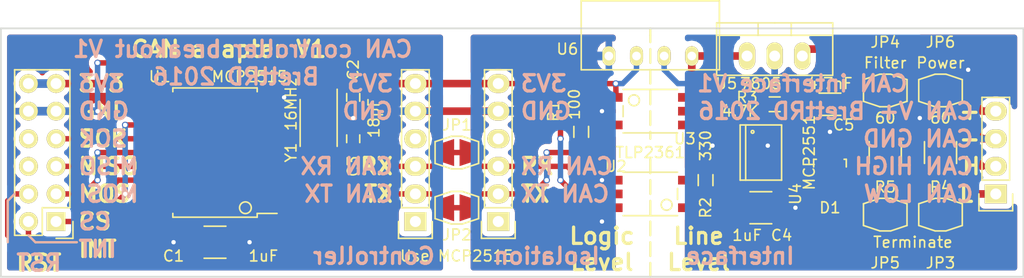
<source format=kicad_pcb>
(kicad_pcb (version 4) (host pcbnew 4.0.2+e4-6225~38~ubuntu15.10.1-stable)

  (general
    (links 72)
    (no_connects 6)
    (area -6.175001 -8 182.908334 117.835)
    (thickness 1.6)
    (drawings 71)
    (tracks 252)
    (zones 0)
    (modules 28)
    (nets 43)
  )

  (page A4)
  (layers
    (0 F.Cu signal)
    (31 B.Cu signal)
    (32 B.Adhes user)
    (33 F.Adhes user)
    (34 B.Paste user)
    (35 F.Paste user)
    (36 B.SilkS user)
    (37 F.SilkS user)
    (38 B.Mask user)
    (39 F.Mask user)
    (40 Dwgs.User user)
    (41 Cmts.User user)
    (42 Eco1.User user)
    (43 Eco2.User user)
    (44 Edge.Cuts user)
    (45 Margin user)
    (46 B.CrtYd user)
    (47 F.CrtYd user)
    (48 B.Fab user)
    (49 F.Fab user)
  )

  (setup
    (last_trace_width 0.5)
    (user_trace_width 0.3)
    (user_trace_width 0.5)
    (user_trace_width 0.7)
    (user_trace_width 0.8)
    (user_trace_width 1)
    (user_trace_width 1.2)
    (trace_clearance 0.2)
    (zone_clearance 0.5)
    (zone_45_only no)
    (trace_min 0.2)
    (segment_width 0.2)
    (edge_width 0.15)
    (via_size 0.6)
    (via_drill 0.4)
    (via_min_size 0.4)
    (via_min_drill 0.3)
    (user_via 0.8 0.6)
    (user_via 1.2 1)
    (uvia_size 0.3)
    (uvia_drill 0.1)
    (uvias_allowed no)
    (uvia_min_size 0.2)
    (uvia_min_drill 0.1)
    (pcb_text_width 0.3)
    (pcb_text_size 1.5 1.5)
    (mod_edge_width 0.15)
    (mod_text_size 1 1)
    (mod_text_width 0.15)
    (pad_size 1.524 1.524)
    (pad_drill 0.762)
    (pad_to_mask_clearance 0.2)
    (aux_axis_origin 0 0)
    (visible_elements 7FFFFFFF)
    (pcbplotparams
      (layerselection 0x010f0_80000001)
      (usegerberextensions true)
      (excludeedgelayer true)
      (linewidth 0.100000)
      (plotframeref false)
      (viasonmask false)
      (mode 1)
      (useauxorigin false)
      (hpglpennumber 1)
      (hpglpenspeed 20)
      (hpglpendiameter 15)
      (hpglpenoverlay 2)
      (psnegative false)
      (psa4output false)
      (plotreference true)
      (plotvalue true)
      (plotinvisibletext false)
      (padsonsilk false)
      (subtractmaskfromsilk true)
      (outputformat 1)
      (mirror false)
      (drillshape 0)
      (scaleselection 1)
      (outputdirectory Gerber/))
  )

  (net 0 "")
  (net 1 GND)
  (net 2 +3V3)
  (net 3 "Net-(C2-Pad2)")
  (net 4 "Net-(C3-Pad2)")
  (net 5 GNDREF)
  (net 6 +5V)
  (net 7 "Net-(C5-Pad2)")
  (net 8 /CAN_L)
  (net 9 /CAN_H)
  (net 10 /CS)
  (net 11 /~INT)
  (net 12 /MOSI)
  (net 13 /~RST)
  (net 14 /MISO)
  (net 15 /SCK)
  (net 16 +12V)
  (net 17 "Net-(R1-Pad1)")
  (net 18 "Net-(R2-Pad1)")
  (net 19 "Net-(R2-Pad2)")
  (net 20 "Net-(R3-Pad2)")
  (net 21 "Net-(JP4-Pad1)")
  (net 22 "Net-(JP3-Pad1)")
  (net 23 "Net-(JP5-Pad2)")
  (net 24 "Net-(U3-Pad5)")
  (net 25 "Net-(JP6-Pad2)")
  (net 26 /CAN_RX_C)
  (net 27 /CAN_RX_I)
  (net 28 /CAN_TX_C)
  (net 29 /CAN_TX_I)
  (net 30 "Net-(P1-Pad6)")
  (net 31 "Net-(P1-Pad8)")
  (net 32 "Net-(P2-Pad1)")
  (net 33 "Net-(P2-Pad4)")
  (net 34 "Net-(P4-Pad1)")
  (net 35 "Net-(P4-Pad4)")
  (net 36 "Net-(U1-Pad3)")
  (net 37 "Net-(U1-Pad4)")
  (net 38 "Net-(U1-Pad5)")
  (net 39 "Net-(U1-Pad6)")
  (net 40 "Net-(U1-Pad10)")
  (net 41 "Net-(U1-Pad11)")
  (net 42 "Net-(U4-Pad5)")

  (net_class Default "This is the default net class."
    (clearance 0.2)
    (trace_width 0.25)
    (via_dia 0.6)
    (via_drill 0.4)
    (uvia_dia 0.3)
    (uvia_drill 0.1)
    (add_net +12V)
    (add_net +3V3)
    (add_net +5V)
    (add_net /CAN_H)
    (add_net /CAN_L)
    (add_net /CAN_RX_C)
    (add_net /CAN_RX_I)
    (add_net /CAN_TX_C)
    (add_net /CAN_TX_I)
    (add_net /CS)
    (add_net /MISO)
    (add_net /MOSI)
    (add_net /SCK)
    (add_net /~INT)
    (add_net /~RST)
    (add_net GND)
    (add_net GNDREF)
    (add_net "Net-(C2-Pad2)")
    (add_net "Net-(C3-Pad2)")
    (add_net "Net-(C5-Pad2)")
    (add_net "Net-(JP3-Pad1)")
    (add_net "Net-(JP4-Pad1)")
    (add_net "Net-(JP5-Pad2)")
    (add_net "Net-(JP6-Pad2)")
    (add_net "Net-(P1-Pad6)")
    (add_net "Net-(P1-Pad8)")
    (add_net "Net-(P2-Pad1)")
    (add_net "Net-(P2-Pad4)")
    (add_net "Net-(P4-Pad1)")
    (add_net "Net-(P4-Pad4)")
    (add_net "Net-(R1-Pad1)")
    (add_net "Net-(R2-Pad1)")
    (add_net "Net-(R2-Pad2)")
    (add_net "Net-(R3-Pad2)")
    (add_net "Net-(U1-Pad10)")
    (add_net "Net-(U1-Pad11)")
    (add_net "Net-(U1-Pad3)")
    (add_net "Net-(U1-Pad4)")
    (add_net "Net-(U1-Pad5)")
    (add_net "Net-(U1-Pad6)")
    (add_net "Net-(U3-Pad5)")
    (add_net "Net-(U4-Pad5)")
  )

  (module LocalLib:SOIC-18_7.5x11.6mm_Pitch1.27mm (layer F.Cu) (tedit 5762526C) (tstamp 576252A4)
    (at 106.045 105.41 180)
    (descr "18-Lead Plastic Small Outline (SO) - Wide, 7.50 mm Body [SOIC] (see Microchip Packaging Specification 00000049BS.pdf)")
    (tags "SOIC 1.27")
    (path /56AF4DB4)
    (attr smd)
    (fp_text reference U1 (at 5.08 6.985 180) (layer F.SilkS)
      (effects (font (size 1 1) (thickness 0.15)))
    )
    (fp_text value MCP2515 (at -3.175 6.985 180) (layer F.SilkS)
      (effects (font (size 1 1) (thickness 0.15)))
    )
    (fp_circle (center -2.794 -5.08) (end -2.413 -4.699) (layer F.SilkS) (width 0.15))
    (fp_line (start -5.95 -6.15) (end -5.95 6.15) (layer F.CrtYd) (width 0.05))
    (fp_line (start 5.95 -6.15) (end 5.95 6.15) (layer F.CrtYd) (width 0.05))
    (fp_line (start -5.95 -6.15) (end 5.95 -6.15) (layer F.CrtYd) (width 0.05))
    (fp_line (start -5.95 6.15) (end 5.95 6.15) (layer F.CrtYd) (width 0.05))
    (fp_line (start -3.875 -5.95) (end -3.875 -5.605) (layer F.SilkS) (width 0.15))
    (fp_line (start 3.875 -5.95) (end 3.875 -5.605) (layer F.SilkS) (width 0.15))
    (fp_line (start 3.875 5.95) (end 3.875 5.605) (layer F.SilkS) (width 0.15))
    (fp_line (start -3.875 5.95) (end -3.875 5.605) (layer F.SilkS) (width 0.15))
    (fp_line (start -3.875 -5.95) (end 3.875 -5.95) (layer F.SilkS) (width 0.15))
    (fp_line (start -3.875 5.95) (end 3.875 5.95) (layer F.SilkS) (width 0.15))
    (fp_line (start -3.875 -5.605) (end -5.7 -5.605) (layer F.SilkS) (width 0.15))
    (pad 1 smd rect (at -4.7 -5.08 180) (size 2 0.6) (layers F.Cu F.Paste F.Mask)
      (net 28 /CAN_TX_C))
    (pad 2 smd rect (at -4.7 -3.81 180) (size 2 0.6) (layers F.Cu F.Paste F.Mask)
      (net 26 /CAN_RX_C))
    (pad 3 smd rect (at -4.7 -2.54 180) (size 2 0.6) (layers F.Cu F.Paste F.Mask)
      (net 36 "Net-(U1-Pad3)"))
    (pad 4 smd rect (at -4.7 -1.27 180) (size 2 0.6) (layers F.Cu F.Paste F.Mask)
      (net 37 "Net-(U1-Pad4)"))
    (pad 5 smd rect (at -4.7 0 180) (size 2 0.6) (layers F.Cu F.Paste F.Mask)
      (net 38 "Net-(U1-Pad5)"))
    (pad 6 smd rect (at -4.7 1.27 180) (size 2 0.6) (layers F.Cu F.Paste F.Mask)
      (net 39 "Net-(U1-Pad6)"))
    (pad 7 smd rect (at -4.7 2.54 180) (size 2 0.6) (layers F.Cu F.Paste F.Mask)
      (net 4 "Net-(C3-Pad2)"))
    (pad 8 smd rect (at -4.7 3.81 180) (size 2 0.6) (layers F.Cu F.Paste F.Mask)
      (net 3 "Net-(C2-Pad2)"))
    (pad 9 smd rect (at -4.7 5.08 180) (size 2 0.6) (layers F.Cu F.Paste F.Mask)
      (net 1 GND))
    (pad 10 smd rect (at 4.7 5.08 180) (size 2 0.6) (layers F.Cu F.Paste F.Mask)
      (net 40 "Net-(U1-Pad10)"))
    (pad 11 smd rect (at 4.7 3.81 180) (size 2 0.6) (layers F.Cu F.Paste F.Mask)
      (net 41 "Net-(U1-Pad11)"))
    (pad 12 smd rect (at 4.7 2.54 180) (size 2 0.6) (layers F.Cu F.Paste F.Mask)
      (net 11 /~INT))
    (pad 13 smd rect (at 4.7 1.27 180) (size 2 0.6) (layers F.Cu F.Paste F.Mask)
      (net 15 /SCK))
    (pad 14 smd rect (at 4.7 0 180) (size 2 0.6) (layers F.Cu F.Paste F.Mask)
      (net 12 /MOSI))
    (pad 15 smd rect (at 4.7 -1.27 180) (size 2 0.6) (layers F.Cu F.Paste F.Mask)
      (net 14 /MISO))
    (pad 16 smd rect (at 4.7 -2.54 180) (size 2 0.6) (layers F.Cu F.Paste F.Mask)
      (net 10 /CS))
    (pad 17 smd rect (at 4.7 -3.81 180) (size 2 0.6) (layers F.Cu F.Paste F.Mask)
      (net 13 /~RST))
    (pad 18 smd rect (at 4.7 -5.08 180) (size 2 0.6) (layers F.Cu F.Paste F.Mask)
      (net 2 +3V3))
    (model Housings_SOIC.3dshapes/SOIC-18_7.5x11.6mm_Pitch1.27mm.wrl
      (at (xyz 0 0 0))
      (scale (xyz 1 1 1))
      (rotate (xyz 0 0 0))
    )
  )

  (module LocalLib:JumperSingleClosed (layer F.Cu) (tedit 57625294) (tstamp 5762471A)
    (at 128.27 110.49)
    (path /56B1A902)
    (fp_text reference JP2 (at 0 2.5) (layer F.SilkS)
      (effects (font (size 1 1) (thickness 0.15)))
    )
    (fp_text value "Use MCP2515" (at 0 4.445) (layer F.SilkS)
      (effects (font (size 1 1) (thickness 0.15)))
    )
    (fp_line (start -0.5 -1.5) (end 0.5 -1.5) (layer F.SilkS) (width 0.15))
    (fp_line (start 0.5 -1.5) (end 2 -1) (layer F.SilkS) (width 0.15))
    (fp_line (start 2 -1) (end 2 1) (layer F.SilkS) (width 0.15))
    (fp_line (start 2 1) (end 0.5 1.5) (layer F.SilkS) (width 0.15))
    (fp_line (start 0.5 1.5) (end -0.5 1.5) (layer F.SilkS) (width 0.15))
    (fp_line (start -0.5 1.5) (end -2 1) (layer F.SilkS) (width 0.15))
    (fp_line (start -2 1) (end -2 -1) (layer F.SilkS) (width 0.15))
    (fp_line (start -2 -1) (end -0.5 -1.5) (layer F.SilkS) (width 0.15))
    (pad 1 smd trapezoid (at -1 0) (size 1.5 2) (rect_delta -0.5 0 ) (layers F.Cu F.Paste F.Mask)
      (net 28 /CAN_TX_C))
    (pad 2 smd trapezoid (at 1 0) (size 1.5 2) (rect_delta 0.5 0 ) (layers F.Cu F.Paste F.Mask)
      (net 29 /CAN_TX_I))
    (pad 1 smd rect (at 0 0) (size 1 0.5) (layers F.Cu F.Paste F.Mask)
      (net 28 /CAN_TX_C))
  )

  (module LocalLib:JumperSingleClosed (layer F.Cu) (tedit 57625299) (tstamp 5762470C)
    (at 128.27 105.41)
    (path /56B1A7F0)
    (fp_text reference JP1 (at 0 -2.54) (layer F.SilkS)
      (effects (font (size 1 1) (thickness 0.15)))
    )
    (fp_text value "Use MCP2515" (at 0 -2.5) (layer F.Fab) hide
      (effects (font (size 1 1) (thickness 0.15)))
    )
    (fp_line (start -0.5 -1.5) (end 0.5 -1.5) (layer F.SilkS) (width 0.15))
    (fp_line (start 0.5 -1.5) (end 2 -1) (layer F.SilkS) (width 0.15))
    (fp_line (start 2 -1) (end 2 1) (layer F.SilkS) (width 0.15))
    (fp_line (start 2 1) (end 0.5 1.5) (layer F.SilkS) (width 0.15))
    (fp_line (start 0.5 1.5) (end -0.5 1.5) (layer F.SilkS) (width 0.15))
    (fp_line (start -0.5 1.5) (end -2 1) (layer F.SilkS) (width 0.15))
    (fp_line (start -2 1) (end -2 -1) (layer F.SilkS) (width 0.15))
    (fp_line (start -2 -1) (end -0.5 -1.5) (layer F.SilkS) (width 0.15))
    (pad 1 smd trapezoid (at -1 0) (size 1.5 2) (rect_delta -0.5 0 ) (layers F.Cu F.Paste F.Mask)
      (net 26 /CAN_RX_C))
    (pad 2 smd trapezoid (at 1 0) (size 1.5 2) (rect_delta 0.5 0 ) (layers F.Cu F.Paste F.Mask)
      (net 27 /CAN_RX_I))
    (pad 1 smd rect (at 0 0) (size 1 0.5) (layers F.Cu F.Paste F.Mask)
      (net 26 /CAN_RX_C))
  )

  (module LocalLib:Murata_SIL (layer F.Cu) (tedit 576252ED) (tstamp 574A8B9E)
    (at 146.05 96.52)
    (path /574A8BED)
    (fp_text reference U6 (at -7.62 -0.635) (layer F.SilkS)
      (effects (font (size 1 1) (thickness 0.15)))
    )
    (fp_text value NKE0305SC (at -10.795 -1.27) (layer F.Fab) hide
      (effects (font (size 1 1) (thickness 0.15)))
    )
    (fp_line (start -6.35 1.27) (end 6.35 1.27) (layer F.SilkS) (width 0.15))
    (fp_line (start 6.35 1.27) (end 6.35 -5.08) (layer F.SilkS) (width 0.15))
    (fp_line (start 6.35 -5.08) (end -6.35 -5.08) (layer F.SilkS) (width 0.15))
    (fp_line (start -6.35 -5.08) (end -6.35 1.27) (layer F.SilkS) (width 0.15))
    (pad 1 thru_hole oval (at -3.81 0) (size 1.2 1.8) (drill 0.8) (layers *.Cu *.Mask F.SilkS)
      (net 1 GND))
    (pad 2 thru_hole oval (at -1.27 0) (size 1.2 1.8) (drill 0.8) (layers *.Cu *.Mask F.SilkS)
      (net 2 +3V3))
    (pad 3 thru_hole oval (at 1.27 0) (size 1.2 1.8) (drill 0.8) (layers *.Cu *.Mask F.SilkS)
      (net 5 GNDREF))
    (pad 4 thru_hole oval (at 3.81 0) (size 1.2 1.8) (drill 0.8) (layers *.Cu *.Mask F.SilkS)
      (net 6 +5V))
  )

  (module Capacitors_SMD:C_1206 (layer F.Cu) (tedit 576254CA) (tstamp 57409EE5)
    (at 162.56 100.965)
    (descr "Capacitor SMD 1206, reflow soldering, AVX (see smccp.pdf)")
    (tags "capacitor 1206")
    (path /56AF5117)
    (attr smd)
    (fp_text reference C5 (at 1.27 1.905) (layer F.SilkS)
      (effects (font (size 1 1) (thickness 0.15)))
    )
    (fp_text value 4.7nF (at 0 -1.905) (layer F.SilkS)
      (effects (font (size 1 1) (thickness 0.15)))
    )
    (fp_line (start -2.3 -1.15) (end 2.3 -1.15) (layer F.CrtYd) (width 0.05))
    (fp_line (start -2.3 1.15) (end 2.3 1.15) (layer F.CrtYd) (width 0.05))
    (fp_line (start -2.3 -1.15) (end -2.3 1.15) (layer F.CrtYd) (width 0.05))
    (fp_line (start 2.3 -1.15) (end 2.3 1.15) (layer F.CrtYd) (width 0.05))
    (fp_line (start 1 -1.025) (end -1 -1.025) (layer F.SilkS) (width 0.15))
    (fp_line (start -1 1.025) (end 1 1.025) (layer F.SilkS) (width 0.15))
    (pad 1 smd rect (at -1.5 0) (size 1 1.6) (layers F.Cu F.Paste F.Mask)
      (net 5 GNDREF))
    (pad 2 smd rect (at 1.5 0) (size 1 1.6) (layers F.Cu F.Paste F.Mask)
      (net 7 "Net-(C5-Pad2)"))
    (model Capacitors_SMD.3dshapes/C_1206.wrl
      (at (xyz 0 0 0))
      (scale (xyz 1 1 1))
      (rotate (xyz 0 0 0))
    )
  )

  (module Pin_Headers:Pin_Header_Straight_1x06 (layer F.Cu) (tedit 5762520A) (tstamp 574094F5)
    (at 124.46 111.76 180)
    (descr "Through hole pin header")
    (tags "pin header")
    (path /57409659)
    (fp_text reference P4 (at 0 -5.1 180) (layer F.SilkS) hide
      (effects (font (size 1 1) (thickness 0.15)))
    )
    (fp_text value CONN_01X06 (at 0 -3.1 180) (layer F.Fab) hide
      (effects (font (size 1 1) (thickness 0.15)))
    )
    (fp_line (start -1.75 -1.75) (end -1.75 14.45) (layer F.CrtYd) (width 0.05))
    (fp_line (start 1.75 -1.75) (end 1.75 14.45) (layer F.CrtYd) (width 0.05))
    (fp_line (start -1.75 -1.75) (end 1.75 -1.75) (layer F.CrtYd) (width 0.05))
    (fp_line (start -1.75 14.45) (end 1.75 14.45) (layer F.CrtYd) (width 0.05))
    (fp_line (start 1.27 1.27) (end 1.27 13.97) (layer F.SilkS) (width 0.15))
    (fp_line (start 1.27 13.97) (end -1.27 13.97) (layer F.SilkS) (width 0.15))
    (fp_line (start -1.27 13.97) (end -1.27 1.27) (layer F.SilkS) (width 0.15))
    (fp_line (start 1.55 -1.55) (end 1.55 0) (layer F.SilkS) (width 0.15))
    (fp_line (start 1.27 1.27) (end -1.27 1.27) (layer F.SilkS) (width 0.15))
    (fp_line (start -1.55 0) (end -1.55 -1.55) (layer F.SilkS) (width 0.15))
    (fp_line (start -1.55 -1.55) (end 1.55 -1.55) (layer F.SilkS) (width 0.15))
    (pad 1 thru_hole rect (at 0 0 180) (size 2.032 1.7272) (drill 1.016) (layers *.Cu *.Mask F.SilkS)
      (net 34 "Net-(P4-Pad1)"))
    (pad 2 thru_hole oval (at 0 2.54 180) (size 2.032 1.7272) (drill 1.016) (layers *.Cu *.Mask F.SilkS)
      (net 28 /CAN_TX_C))
    (pad 3 thru_hole oval (at 0 5.08 180) (size 2.032 1.7272) (drill 1.016) (layers *.Cu *.Mask F.SilkS)
      (net 26 /CAN_RX_C))
    (pad 4 thru_hole oval (at 0 7.62 180) (size 2.032 1.7272) (drill 1.016) (layers *.Cu *.Mask F.SilkS)
      (net 35 "Net-(P4-Pad4)"))
    (pad 5 thru_hole oval (at 0 10.16 180) (size 2.032 1.7272) (drill 1.016) (layers *.Cu *.Mask F.SilkS)
      (net 1 GND))
    (pad 6 thru_hole oval (at 0 12.7 180) (size 2.032 1.7272) (drill 1.016) (layers *.Cu *.Mask F.SilkS)
      (net 2 +3V3))
    (model Pin_Headers.3dshapes/Pin_Header_Straight_1x06.wrl
      (at (xyz 0 -0.25 0))
      (scale (xyz 1 1 1))
      (rotate (xyz 0 0 90))
    )
  )

  (module Capacitors_SMD:C_0603 (layer F.Cu) (tedit 57625177) (tstamp 574092D7)
    (at 118.745 104.14 270)
    (descr "Capacitor SMD 0603, reflow soldering, AVX (see smccp.pdf)")
    (tags "capacitor 0603")
    (path /56B1C20B)
    (attr smd)
    (fp_text reference C3 (at 2.54 0 270) (layer F.SilkS)
      (effects (font (size 1 1) (thickness 0.15)))
    )
    (fp_text value 18pF (at 0 -1.905 270) (layer F.SilkS) hide
      (effects (font (size 1 1) (thickness 0.15)))
    )
    (fp_line (start -1.45 -0.75) (end 1.45 -0.75) (layer F.CrtYd) (width 0.05))
    (fp_line (start -1.45 0.75) (end 1.45 0.75) (layer F.CrtYd) (width 0.05))
    (fp_line (start -1.45 -0.75) (end -1.45 0.75) (layer F.CrtYd) (width 0.05))
    (fp_line (start 1.45 -0.75) (end 1.45 0.75) (layer F.CrtYd) (width 0.05))
    (fp_line (start -0.35 -0.6) (end 0.35 -0.6) (layer F.SilkS) (width 0.15))
    (fp_line (start 0.35 0.6) (end -0.35 0.6) (layer F.SilkS) (width 0.15))
    (pad 1 smd rect (at -0.75 0 270) (size 0.8 0.75) (layers F.Cu F.Paste F.Mask)
      (net 1 GND))
    (pad 2 smd rect (at 0.75 0 270) (size 0.8 0.75) (layers F.Cu F.Paste F.Mask)
      (net 4 "Net-(C3-Pad2)"))
    (model Capacitors_SMD.3dshapes/C_0603.wrl
      (at (xyz 0 0 0))
      (scale (xyz 1 1 1))
      (rotate (xyz 0 0 0))
    )
  )

  (module Capacitors_SMD:C_0603 (layer F.Cu) (tedit 5762518B) (tstamp 574092D2)
    (at 118.745 100.33 90)
    (descr "Capacitor SMD 0603, reflow soldering, AVX (see smccp.pdf)")
    (tags "capacitor 0603")
    (path /56B1C132)
    (attr smd)
    (fp_text reference C2 (at 2.54 0 90) (layer F.SilkS)
      (effects (font (size 1 1) (thickness 0.15)))
    )
    (fp_text value 18pF (at -1.905 1.905 90) (layer F.SilkS)
      (effects (font (size 1 1) (thickness 0.15)))
    )
    (fp_line (start -1.45 -0.75) (end 1.45 -0.75) (layer F.CrtYd) (width 0.05))
    (fp_line (start -1.45 0.75) (end 1.45 0.75) (layer F.CrtYd) (width 0.05))
    (fp_line (start -1.45 -0.75) (end -1.45 0.75) (layer F.CrtYd) (width 0.05))
    (fp_line (start 1.45 -0.75) (end 1.45 0.75) (layer F.CrtYd) (width 0.05))
    (fp_line (start -0.35 -0.6) (end 0.35 -0.6) (layer F.SilkS) (width 0.15))
    (fp_line (start 0.35 0.6) (end -0.35 0.6) (layer F.SilkS) (width 0.15))
    (pad 1 smd rect (at -0.75 0 90) (size 0.8 0.75) (layers F.Cu F.Paste F.Mask)
      (net 1 GND))
    (pad 2 smd rect (at 0.75 0 90) (size 0.8 0.75) (layers F.Cu F.Paste F.Mask)
      (net 3 "Net-(C2-Pad2)"))
    (model Capacitors_SMD.3dshapes/C_0603.wrl
      (at (xyz 0 0 0))
      (scale (xyz 1 1 1))
      (rotate (xyz 0 0 0))
    )
  )

  (module Capacitors_SMD:C_1210 (layer F.Cu) (tedit 576253F7) (tstamp 5740929F)
    (at 156.21 110.49 180)
    (descr "Capacitor SMD 1210, reflow soldering, AVX (see smccp.pdf)")
    (tags "capacitor 1210")
    (path /56B1D6F6)
    (attr smd)
    (fp_text reference C4 (at -1.905 -2.54 180) (layer F.SilkS)
      (effects (font (size 1 1) (thickness 0.15)))
    )
    (fp_text value 1uF (at 1.27 -2.54 180) (layer F.SilkS)
      (effects (font (size 1 1) (thickness 0.15)))
    )
    (fp_line (start -2.3 -1.6) (end 2.3 -1.6) (layer F.CrtYd) (width 0.05))
    (fp_line (start -2.3 1.6) (end 2.3 1.6) (layer F.CrtYd) (width 0.05))
    (fp_line (start -2.3 -1.6) (end -2.3 1.6) (layer F.CrtYd) (width 0.05))
    (fp_line (start 2.3 -1.6) (end 2.3 1.6) (layer F.CrtYd) (width 0.05))
    (fp_line (start 1 -1.475) (end -1 -1.475) (layer F.SilkS) (width 0.15))
    (fp_line (start -1 1.475) (end 1 1.475) (layer F.SilkS) (width 0.15))
    (pad 1 smd rect (at -1.5 0 180) (size 1 2.5) (layers F.Cu F.Paste F.Mask)
      (net 5 GNDREF))
    (pad 2 smd rect (at 1.5 0 180) (size 1 2.5) (layers F.Cu F.Paste F.Mask)
      (net 6 +5V))
    (model Capacitors_SMD.3dshapes/C_1210.wrl
      (at (xyz 0 0 0))
      (scale (xyz 1 1 1))
      (rotate (xyz 0 0 0))
    )
  )

  (module Capacitors_SMD:C_1210 (layer F.Cu) (tedit 57625280) (tstamp 5740929A)
    (at 106.045 113.665 180)
    (descr "Capacitor SMD 1210, reflow soldering, AVX (see smccp.pdf)")
    (tags "capacitor 1210")
    (path /56B1CA8D)
    (attr smd)
    (fp_text reference C1 (at 3.81 -1.27 180) (layer F.SilkS)
      (effects (font (size 1 1) (thickness 0.15)))
    )
    (fp_text value 1uF (at -4.445 -1.27 180) (layer F.SilkS)
      (effects (font (size 1 1) (thickness 0.15)))
    )
    (fp_line (start -2.3 -1.6) (end 2.3 -1.6) (layer F.CrtYd) (width 0.05))
    (fp_line (start -2.3 1.6) (end 2.3 1.6) (layer F.CrtYd) (width 0.05))
    (fp_line (start -2.3 -1.6) (end -2.3 1.6) (layer F.CrtYd) (width 0.05))
    (fp_line (start 2.3 -1.6) (end 2.3 1.6) (layer F.CrtYd) (width 0.05))
    (fp_line (start 1 -1.475) (end -1 -1.475) (layer F.SilkS) (width 0.15))
    (fp_line (start -1 1.475) (end 1 1.475) (layer F.SilkS) (width 0.15))
    (pad 1 smd rect (at -1.5 0 180) (size 1 2.5) (layers F.Cu F.Paste F.Mask)
      (net 1 GND))
    (pad 2 smd rect (at 1.5 0 180) (size 1 2.5) (layers F.Cu F.Paste F.Mask)
      (net 2 +3V3))
    (model Capacitors_SMD.3dshapes/C_1210.wrl
      (at (xyz 0 0 0))
      (scale (xyz 1 1 1))
      (rotate (xyz 0 0 0))
    )
  )

  (module Crystals:Crystal_SMD_5032_2Pads (layer F.Cu) (tedit 57625169) (tstamp 57408EEC)
    (at 115.57 102.235 270)
    (descr "Ceramic SMD crystal, 5.0x3.2mm, 2 Pads")
    (tags "crystal oscillator quartz SMD SMT 5032")
    (path /56B1BF55)
    (attr smd)
    (fp_text reference Y1 (at 3.175 2.54 270) (layer F.SilkS)
      (effects (font (size 1 1) (thickness 0.15)))
    )
    (fp_text value 16MHz (at -1.27 2.54 270) (layer F.SilkS)
      (effects (font (size 1 1) (thickness 0.15)))
    )
    (fp_line (start 3.6 2.2) (end 3.6 -2.2) (layer F.CrtYd) (width 0.05))
    (fp_line (start -3.6 2.2) (end 3.6 2.2) (layer F.CrtYd) (width 0.05))
    (fp_line (start -3.6 -2.2) (end -3.6 2.2) (layer F.CrtYd) (width 0.05))
    (fp_line (start 3.6 -2.2) (end -3.6 -2.2) (layer F.CrtYd) (width 0.05))
    (fp_line (start 2.6 1.7) (end -1.7 1.7) (layer F.SilkS) (width 0.15))
    (fp_line (start -2.65 -1.7) (end 2.6 -1.7) (layer F.SilkS) (width 0.15))
    (pad 1 smd rect (at -2.05 0 270) (size 2 2.4) (layers F.Cu F.Paste F.Mask)
      (net 3 "Net-(C2-Pad2)"))
    (pad 2 smd rect (at 2.05 0 270) (size 2 2.4) (layers F.Cu F.Paste F.Mask)
      (net 4 "Net-(C3-Pad2)"))
    (model Crystals.3dshapes/Crystal_SMD_5032_2Pads.wrl
      (at (xyz 0 0 0))
      (scale (xyz 0.3937 0.3937 0.3937))
      (rotate (xyz 0 0 0))
    )
  )

  (module TO_SOT_Packages_THT:TO-220_Neutral123_Vertical (layer F.Cu) (tedit 576254B6) (tstamp 57408EE6)
    (at 157.48 96.52)
    (descr "TO-220, Neutral, Vertical,")
    (tags "TO-220, Neutral, Vertical,")
    (path /56EF9EFC)
    (fp_text reference U5 (at -4.445 2.54) (layer F.SilkS)
      (effects (font (size 1 1) (thickness 0.15)))
    )
    (fp_text value 7805 (at -1.27 2.54) (layer F.SilkS)
      (effects (font (size 1 1) (thickness 0.15)))
    )
    (fp_line (start -1.524 -3.048) (end -1.524 -1.905) (layer F.SilkS) (width 0.15))
    (fp_line (start 1.524 -3.048) (end 1.524 -1.905) (layer F.SilkS) (width 0.15))
    (fp_line (start 5.334 -1.905) (end 5.334 1.778) (layer F.SilkS) (width 0.15))
    (fp_line (start 5.334 1.778) (end -5.334 1.778) (layer F.SilkS) (width 0.15))
    (fp_line (start -5.334 1.778) (end -5.334 -1.905) (layer F.SilkS) (width 0.15))
    (fp_line (start 5.334 -3.048) (end 5.334 -1.905) (layer F.SilkS) (width 0.15))
    (fp_line (start 5.334 -1.905) (end -5.334 -1.905) (layer F.SilkS) (width 0.15))
    (fp_line (start -5.334 -1.905) (end -5.334 -3.048) (layer F.SilkS) (width 0.15))
    (fp_line (start 0 -3.048) (end -5.334 -3.048) (layer F.SilkS) (width 0.15))
    (fp_line (start 0 -3.048) (end 5.334 -3.048) (layer F.SilkS) (width 0.15))
    (pad 2 thru_hole oval (at 0 0 90) (size 2.49936 1.50114) (drill 1.00076) (layers *.Cu *.Mask F.SilkS)
      (net 5 GNDREF))
    (pad 1 thru_hole oval (at -2.54 0 90) (size 2.49936 1.50114) (drill 1.00076) (layers *.Cu *.Mask F.SilkS)
      (net 6 +5V))
    (pad 3 thru_hole oval (at 2.54 0 90) (size 2.49936 1.50114) (drill 1.00076) (layers *.Cu *.Mask F.SilkS)
      (net 25 "Net-(JP6-Pad2)"))
    (model TO_SOT_Packages_THT.3dshapes/TO-220_Neutral123_Vertical.wrl
      (at (xyz 0 0 0))
      (scale (xyz 0.3937 0.3937 0.3937))
      (rotate (xyz 0 0 0))
    )
  )

  (module Resistors_SMD:R_1210 (layer F.Cu) (tedit 57625533) (tstamp 56EF8662)
    (at 167.64 105.41 270)
    (descr "Resistor SMD 1210, reflow soldering, Vishay (see dcrcw.pdf)")
    (tags "resistor 1210")
    (path /56AF53DB)
    (attr smd)
    (fp_text reference R5 (at 3.175 0 360) (layer F.SilkS)
      (effects (font (size 1 1) (thickness 0.15)))
    )
    (fp_text value 60 (at -3.175 0 360) (layer F.SilkS)
      (effects (font (size 1 1) (thickness 0.15)))
    )
    (fp_line (start -2.2 -1.6) (end 2.2 -1.6) (layer F.CrtYd) (width 0.05))
    (fp_line (start -2.2 1.6) (end 2.2 1.6) (layer F.CrtYd) (width 0.05))
    (fp_line (start -2.2 -1.6) (end -2.2 1.6) (layer F.CrtYd) (width 0.05))
    (fp_line (start 2.2 -1.6) (end 2.2 1.6) (layer F.CrtYd) (width 0.05))
    (fp_line (start 1 1.475) (end -1 1.475) (layer F.SilkS) (width 0.15))
    (fp_line (start -1 -1.475) (end 1 -1.475) (layer F.SilkS) (width 0.15))
    (pad 1 smd rect (at -1.45 0 270) (size 0.9 2.5) (layers F.Cu F.Paste F.Mask)
      (net 21 "Net-(JP4-Pad1)"))
    (pad 2 smd rect (at 1.45 0 270) (size 0.9 2.5) (layers F.Cu F.Paste F.Mask)
      (net 23 "Net-(JP5-Pad2)"))
    (model Resistors_SMD.3dshapes/R_1210.wrl
      (at (xyz 0 0 0))
      (scale (xyz 1 1 1))
      (rotate (xyz 0 0 0))
    )
  )

  (module Resistors_SMD:R_1210 (layer F.Cu) (tedit 57625540) (tstamp 56EF865D)
    (at 172.72 105.41 270)
    (descr "Resistor SMD 1210, reflow soldering, Vishay (see dcrcw.pdf)")
    (tags "resistor 1210")
    (path /56AF5371)
    (attr smd)
    (fp_text reference R4 (at 3.175 0 540) (layer F.SilkS)
      (effects (font (size 1 1) (thickness 0.15)))
    )
    (fp_text value 60 (at -3.175 0 360) (layer F.SilkS)
      (effects (font (size 1 1) (thickness 0.15)))
    )
    (fp_line (start -2.2 -1.6) (end 2.2 -1.6) (layer F.CrtYd) (width 0.05))
    (fp_line (start -2.2 1.6) (end 2.2 1.6) (layer F.CrtYd) (width 0.05))
    (fp_line (start -2.2 -1.6) (end -2.2 1.6) (layer F.CrtYd) (width 0.05))
    (fp_line (start 2.2 -1.6) (end 2.2 1.6) (layer F.CrtYd) (width 0.05))
    (fp_line (start 1 1.475) (end -1 1.475) (layer F.SilkS) (width 0.15))
    (fp_line (start -1 -1.475) (end 1 -1.475) (layer F.SilkS) (width 0.15))
    (pad 1 smd rect (at -1.45 0 270) (size 0.9 2.5) (layers F.Cu F.Paste F.Mask)
      (net 21 "Net-(JP4-Pad1)"))
    (pad 2 smd rect (at 1.45 0 270) (size 0.9 2.5) (layers F.Cu F.Paste F.Mask)
      (net 22 "Net-(JP3-Pad1)"))
    (model Resistors_SMD.3dshapes/R_1210.wrl
      (at (xyz 0 0 0))
      (scale (xyz 1 1 1))
      (rotate (xyz 0 0 0))
    )
  )

  (module Resistors_SMD:R_0603 (layer F.Cu) (tedit 576253D2) (tstamp 56EF8658)
    (at 157.48 100.965)
    (descr "Resistor SMD 0603, reflow soldering, Vishay (see dcrcw.pdf)")
    (tags "resistor 0603")
    (path /56AF4F29)
    (attr smd)
    (fp_text reference R3 (at -2.54 -0.635) (layer F.SilkS)
      (effects (font (size 1 1) (thickness 0.15)))
    )
    (fp_text value 4.7K (at -3.175 0.635) (layer F.SilkS)
      (effects (font (size 1 1) (thickness 0.15)))
    )
    (fp_line (start -1.3 -0.8) (end 1.3 -0.8) (layer F.CrtYd) (width 0.05))
    (fp_line (start -1.3 0.8) (end 1.3 0.8) (layer F.CrtYd) (width 0.05))
    (fp_line (start -1.3 -0.8) (end -1.3 0.8) (layer F.CrtYd) (width 0.05))
    (fp_line (start 1.3 -0.8) (end 1.3 0.8) (layer F.CrtYd) (width 0.05))
    (fp_line (start 0.5 0.675) (end -0.5 0.675) (layer F.SilkS) (width 0.15))
    (fp_line (start -0.5 -0.675) (end 0.5 -0.675) (layer F.SilkS) (width 0.15))
    (pad 1 smd rect (at -0.75 0) (size 0.5 0.9) (layers F.Cu F.Paste F.Mask)
      (net 5 GNDREF))
    (pad 2 smd rect (at 0.75 0) (size 0.5 0.9) (layers F.Cu F.Paste F.Mask)
      (net 20 "Net-(R3-Pad2)"))
    (model Resistors_SMD.3dshapes/R_0603.wrl
      (at (xyz 0 0 0))
      (scale (xyz 1 1 1))
      (rotate (xyz 0 0 0))
    )
  )

  (module Resistors_SMD:R_0603 (layer F.Cu) (tedit 57625388) (tstamp 56EF8653)
    (at 151.13 107.95 270)
    (descr "Resistor SMD 0603, reflow soldering, Vishay (see dcrcw.pdf)")
    (tags "resistor 0603")
    (path /56B18172)
    (attr smd)
    (fp_text reference R2 (at 2.54 0 270) (layer F.SilkS)
      (effects (font (size 1 1) (thickness 0.15)))
    )
    (fp_text value 330 (at -3.175 0 270) (layer F.SilkS)
      (effects (font (size 1 1) (thickness 0.15)))
    )
    (fp_line (start -1.3 -0.8) (end 1.3 -0.8) (layer F.CrtYd) (width 0.05))
    (fp_line (start -1.3 0.8) (end 1.3 0.8) (layer F.CrtYd) (width 0.05))
    (fp_line (start -1.3 -0.8) (end -1.3 0.8) (layer F.CrtYd) (width 0.05))
    (fp_line (start 1.3 -0.8) (end 1.3 0.8) (layer F.CrtYd) (width 0.05))
    (fp_line (start 0.5 0.675) (end -0.5 0.675) (layer F.SilkS) (width 0.15))
    (fp_line (start -0.5 -0.675) (end 0.5 -0.675) (layer F.SilkS) (width 0.15))
    (pad 1 smd rect (at -0.75 0 270) (size 0.5 0.9) (layers F.Cu F.Paste F.Mask)
      (net 18 "Net-(R2-Pad1)"))
    (pad 2 smd rect (at 0.75 0 270) (size 0.5 0.9) (layers F.Cu F.Paste F.Mask)
      (net 19 "Net-(R2-Pad2)"))
    (model Resistors_SMD.3dshapes/R_0603.wrl
      (at (xyz 0 0 0))
      (scale (xyz 1 1 1))
      (rotate (xyz 0 0 0))
    )
  )

  (module Resistors_SMD:R_0603 (layer F.Cu) (tedit 5762540A) (tstamp 56EF864E)
    (at 139.7 103.505 270)
    (descr "Resistor SMD 0603, reflow soldering, Vishay (see dcrcw.pdf)")
    (tags "resistor 0603")
    (path /56B18100)
    (attr smd)
    (fp_text reference R1 (at -1.905 2.54 270) (layer F.SilkS)
      (effects (font (size 1 1) (thickness 0.15)))
    )
    (fp_text value 100 (at -2.54 0.635 270) (layer F.SilkS)
      (effects (font (size 1 1) (thickness 0.15)))
    )
    (fp_line (start -1.3 -0.8) (end 1.3 -0.8) (layer F.CrtYd) (width 0.05))
    (fp_line (start -1.3 0.8) (end 1.3 0.8) (layer F.CrtYd) (width 0.05))
    (fp_line (start -1.3 -0.8) (end -1.3 0.8) (layer F.CrtYd) (width 0.05))
    (fp_line (start 1.3 -0.8) (end 1.3 0.8) (layer F.CrtYd) (width 0.05))
    (fp_line (start 0.5 0.675) (end -0.5 0.675) (layer F.SilkS) (width 0.15))
    (fp_line (start -0.5 -0.675) (end 0.5 -0.675) (layer F.SilkS) (width 0.15))
    (pad 1 smd rect (at -0.75 0 270) (size 0.5 0.9) (layers F.Cu F.Paste F.Mask)
      (net 17 "Net-(R1-Pad1)"))
    (pad 2 smd rect (at 0.75 0 270) (size 0.5 0.9) (layers F.Cu F.Paste F.Mask)
      (net 29 /CAN_TX_I))
    (model Resistors_SMD.3dshapes/R_0603.wrl
      (at (xyz 0 0 0))
      (scale (xyz 1 1 1))
      (rotate (xyz 0 0 0))
    )
  )

  (module LocalLib:JumperSingleJumbo (layer F.Cu) (tedit 576254A0) (tstamp 56EF8641)
    (at 172.72 99.695 180)
    (path /56B1DEDE)
    (fp_text reference JP6 (at 0 4.445 180) (layer F.SilkS)
      (effects (font (size 1 1) (thickness 0.15)))
    )
    (fp_text value Power (at 0 2.54 180) (layer F.SilkS)
      (effects (font (size 1 1) (thickness 0.15)))
    )
    (fp_line (start -0.5 -1.5) (end 0.5 -1.5) (layer F.SilkS) (width 0.15))
    (fp_line (start 0.5 -1.5) (end 2 -1) (layer F.SilkS) (width 0.15))
    (fp_line (start 2 -1) (end 2 1) (layer F.SilkS) (width 0.15))
    (fp_line (start 2 1) (end 0.5 1.5) (layer F.SilkS) (width 0.15))
    (fp_line (start 0.5 1.5) (end -0.5 1.5) (layer F.SilkS) (width 0.15))
    (fp_line (start -0.5 1.5) (end -2 1) (layer F.SilkS) (width 0.15))
    (fp_line (start -2 1) (end -2 -1) (layer F.SilkS) (width 0.15))
    (fp_line (start -2 -1) (end -0.5 -1.5) (layer F.SilkS) (width 0.15))
    (pad 1 smd trapezoid (at -1 0 180) (size 1.5 2) (rect_delta -0.5 0 ) (layers F.Cu F.Paste F.Mask)
      (net 16 +12V))
    (pad 2 smd trapezoid (at 1 0 180) (size 1.5 2) (rect_delta 0.5 0 ) (layers F.Cu F.Paste F.Mask)
      (net 25 "Net-(JP6-Pad2)"))
    (pad 1 smd rect (at 0 0 180) (size 1 0.5) (layers F.Cu F.Paste F.Mask)
      (net 16 +12V))
  )

  (module LocalLib:JumperSingleJumbo (layer F.Cu) (tedit 576254D0) (tstamp 56EF8634)
    (at 167.64 111.125 180)
    (path /56B1999A)
    (fp_text reference JP5 (at 0 -4.445 180) (layer F.SilkS)
      (effects (font (size 1 1) (thickness 0.15)))
    )
    (fp_text value Terminate (at -2.54 -2.54 180) (layer F.SilkS)
      (effects (font (size 1 1) (thickness 0.15)))
    )
    (fp_line (start -0.5 -1.5) (end 0.5 -1.5) (layer F.SilkS) (width 0.15))
    (fp_line (start 0.5 -1.5) (end 2 -1) (layer F.SilkS) (width 0.15))
    (fp_line (start 2 -1) (end 2 1) (layer F.SilkS) (width 0.15))
    (fp_line (start 2 1) (end 0.5 1.5) (layer F.SilkS) (width 0.15))
    (fp_line (start 0.5 1.5) (end -0.5 1.5) (layer F.SilkS) (width 0.15))
    (fp_line (start -0.5 1.5) (end -2 1) (layer F.SilkS) (width 0.15))
    (fp_line (start -2 1) (end -2 -1) (layer F.SilkS) (width 0.15))
    (fp_line (start -2 -1) (end -0.5 -1.5) (layer F.SilkS) (width 0.15))
    (pad 1 smd trapezoid (at -1 0 180) (size 1.5 2) (rect_delta -0.5 0 ) (layers F.Cu F.Paste F.Mask)
      (net 9 /CAN_H))
    (pad 2 smd trapezoid (at 1 0 180) (size 1.5 2) (rect_delta 0.5 0 ) (layers F.Cu F.Paste F.Mask)
      (net 23 "Net-(JP5-Pad2)"))
    (pad 1 smd rect (at 0 0 180) (size 1 0.5) (layers F.Cu F.Paste F.Mask)
      (net 9 /CAN_H))
  )

  (module LocalLib:JumperSingleJumbo (layer F.Cu) (tedit 5762549C) (tstamp 56EF8627)
    (at 167.64 99.695 180)
    (path /56B19FC8)
    (fp_text reference JP4 (at 0 4.445 180) (layer F.SilkS)
      (effects (font (size 1 1) (thickness 0.15)))
    )
    (fp_text value Filter (at 0 2.54 180) (layer F.SilkS)
      (effects (font (size 1 1) (thickness 0.15)))
    )
    (fp_line (start -0.5 -1.5) (end 0.5 -1.5) (layer F.SilkS) (width 0.15))
    (fp_line (start 0.5 -1.5) (end 2 -1) (layer F.SilkS) (width 0.15))
    (fp_line (start 2 -1) (end 2 1) (layer F.SilkS) (width 0.15))
    (fp_line (start 2 1) (end 0.5 1.5) (layer F.SilkS) (width 0.15))
    (fp_line (start 0.5 1.5) (end -0.5 1.5) (layer F.SilkS) (width 0.15))
    (fp_line (start -0.5 1.5) (end -2 1) (layer F.SilkS) (width 0.15))
    (fp_line (start -2 1) (end -2 -1) (layer F.SilkS) (width 0.15))
    (fp_line (start -2 -1) (end -0.5 -1.5) (layer F.SilkS) (width 0.15))
    (pad 1 smd trapezoid (at -1 0 180) (size 1.5 2) (rect_delta -0.5 0 ) (layers F.Cu F.Paste F.Mask)
      (net 21 "Net-(JP4-Pad1)"))
    (pad 2 smd trapezoid (at 1 0 180) (size 1.5 2) (rect_delta 0.5 0 ) (layers F.Cu F.Paste F.Mask)
      (net 7 "Net-(C5-Pad2)"))
    (pad 1 smd rect (at 0 0 180) (size 1 0.5) (layers F.Cu F.Paste F.Mask)
      (net 21 "Net-(JP4-Pad1)"))
  )

  (module LocalLib:JumperSingleJumbo (layer F.Cu) (tedit 576254D4) (tstamp 56EF861A)
    (at 172.72 111.125)
    (path /56B19455)
    (fp_text reference JP3 (at 0 4.445) (layer F.SilkS)
      (effects (font (size 1 1) (thickness 0.15)))
    )
    (fp_text value Terminate (at 0 -2.5) (layer F.Fab) hide
      (effects (font (size 1 1) (thickness 0.15)))
    )
    (fp_line (start -0.5 -1.5) (end 0.5 -1.5) (layer F.SilkS) (width 0.15))
    (fp_line (start 0.5 -1.5) (end 2 -1) (layer F.SilkS) (width 0.15))
    (fp_line (start 2 -1) (end 2 1) (layer F.SilkS) (width 0.15))
    (fp_line (start 2 1) (end 0.5 1.5) (layer F.SilkS) (width 0.15))
    (fp_line (start 0.5 1.5) (end -0.5 1.5) (layer F.SilkS) (width 0.15))
    (fp_line (start -0.5 1.5) (end -2 1) (layer F.SilkS) (width 0.15))
    (fp_line (start -2 1) (end -2 -1) (layer F.SilkS) (width 0.15))
    (fp_line (start -2 -1) (end -0.5 -1.5) (layer F.SilkS) (width 0.15))
    (pad 1 smd trapezoid (at -1 0) (size 1.5 2) (rect_delta -0.5 0 ) (layers F.Cu F.Paste F.Mask)
      (net 22 "Net-(JP3-Pad1)"))
    (pad 2 smd trapezoid (at 1 0) (size 1.5 2) (rect_delta 0.5 0 ) (layers F.Cu F.Paste F.Mask)
      (net 8 /CAN_L))
    (pad 1 smd rect (at 0 0) (size 1 0.5) (layers F.Cu F.Paste F.Mask)
      (net 22 "Net-(JP3-Pad1)"))
  )

  (module LocalLib:soic-5 (layer F.Cu) (tedit 5762535B) (tstamp 56EF7D3B)
    (at 146.05 101.6 270)
    (path /56D69433)
    (fp_text reference U3 (at 2.54 -3.175 360) (layer F.SilkS)
      (effects (font (size 1 1) (thickness 0.15)))
    )
    (fp_text value TLP2361 (at 0 -6.35 270) (layer F.Fab) hide
      (effects (font (size 1 1) (thickness 0.15)))
    )
    (fp_circle (center -1 1.5) (end -1 2) (layer F.SilkS) (width 0.15))
    (fp_line (start -0.5 2.5) (end 0.5 2.5) (layer F.SilkS) (width 0.15))
    (fp_line (start 2 -2.5) (end 2 2.5) (layer F.SilkS) (width 0.15))
    (fp_line (start -2 -2.5) (end -2 2.5) (layer F.SilkS) (width 0.15))
    (pad 1 smd rect (at -1.27 3.15 270) (size 0.8 1.2) (layers F.Cu F.Paste F.Mask)
      (net 2 +3V3))
    (pad 3 smd rect (at 1.27 3.15 270) (size 0.8 1.2) (layers F.Cu F.Paste F.Mask)
      (net 17 "Net-(R1-Pad1)"))
    (pad 4 smd rect (at 1.27 -3.15 270) (size 0.8 1.2) (layers F.Cu F.Paste F.Mask)
      (net 5 GNDREF))
    (pad 5 smd rect (at 0 -3.15 270) (size 0.8 1.2) (layers F.Cu F.Paste F.Mask)
      (net 24 "Net-(U3-Pad5)"))
    (pad 6 smd rect (at -1.27 -3.15 270) (size 0.8 1.2) (layers F.Cu F.Paste F.Mask)
      (net 6 +5V))
  )

  (module LocalLib:soic-5 (layer F.Cu) (tedit 57625363) (tstamp 56EF7D32)
    (at 146.05 109.22 90)
    (path /56D694C5)
    (fp_text reference U2 (at 2.54 -3.175 180) (layer F.SilkS)
      (effects (font (size 1 1) (thickness 0.15)))
    )
    (fp_text value TLP2361 (at 3.81 0 180) (layer F.SilkS)
      (effects (font (size 1 1) (thickness 0.15)))
    )
    (fp_circle (center -1 1.5) (end -1 2) (layer F.SilkS) (width 0.15))
    (fp_line (start -0.5 2.5) (end 0.5 2.5) (layer F.SilkS) (width 0.15))
    (fp_line (start 2 -2.5) (end 2 2.5) (layer F.SilkS) (width 0.15))
    (fp_line (start -2 -2.5) (end -2 2.5) (layer F.SilkS) (width 0.15))
    (pad 1 smd rect (at -1.27 3.15 90) (size 0.8 1.2) (layers F.Cu F.Paste F.Mask)
      (net 6 +5V))
    (pad 3 smd rect (at 1.27 3.15 90) (size 0.8 1.2) (layers F.Cu F.Paste F.Mask)
      (net 19 "Net-(R2-Pad2)"))
    (pad 4 smd rect (at 1.27 -3.15 90) (size 0.8 1.2) (layers F.Cu F.Paste F.Mask)
      (net 1 GND))
    (pad 5 smd rect (at 0 -3.15 90) (size 0.8 1.2) (layers F.Cu F.Paste F.Mask)
      (net 27 /CAN_RX_I))
    (pad 6 smd rect (at -1.27 -3.15 90) (size 0.8 1.2) (layers F.Cu F.Paste F.Mask)
      (net 2 +3V3))
  )

  (module Pin_Headers:Pin_Header_Straight_1x04 (layer F.Cu) (tedit 576254D7) (tstamp 56D6FC87)
    (at 177.8 109.22 180)
    (descr "Through hole pin header")
    (tags "pin header")
    (path /56AF716A)
    (fp_text reference P3 (at 0 -5.1 180) (layer F.SilkS) hide
      (effects (font (size 1 1) (thickness 0.15)))
    )
    (fp_text value CONN_01X04 (at 0 -3.1 180) (layer F.Fab) hide
      (effects (font (size 1 1) (thickness 0.15)))
    )
    (fp_line (start -1.75 -1.75) (end -1.75 9.4) (layer F.CrtYd) (width 0.05))
    (fp_line (start 1.75 -1.75) (end 1.75 9.4) (layer F.CrtYd) (width 0.05))
    (fp_line (start -1.75 -1.75) (end 1.75 -1.75) (layer F.CrtYd) (width 0.05))
    (fp_line (start -1.75 9.4) (end 1.75 9.4) (layer F.CrtYd) (width 0.05))
    (fp_line (start -1.27 1.27) (end -1.27 8.89) (layer F.SilkS) (width 0.15))
    (fp_line (start 1.27 1.27) (end 1.27 8.89) (layer F.SilkS) (width 0.15))
    (fp_line (start 1.55 -1.55) (end 1.55 0) (layer F.SilkS) (width 0.15))
    (fp_line (start -1.27 8.89) (end 1.27 8.89) (layer F.SilkS) (width 0.15))
    (fp_line (start 1.27 1.27) (end -1.27 1.27) (layer F.SilkS) (width 0.15))
    (fp_line (start -1.55 0) (end -1.55 -1.55) (layer F.SilkS) (width 0.15))
    (fp_line (start -1.55 -1.55) (end 1.55 -1.55) (layer F.SilkS) (width 0.15))
    (pad 1 thru_hole rect (at 0 0 180) (size 2.032 1.7272) (drill 1.016) (layers *.Cu *.Mask F.SilkS)
      (net 8 /CAN_L))
    (pad 2 thru_hole oval (at 0 2.54 180) (size 2.032 1.7272) (drill 1.016) (layers *.Cu *.Mask F.SilkS)
      (net 9 /CAN_H))
    (pad 3 thru_hole oval (at 0 5.08 180) (size 2.032 1.7272) (drill 1.016) (layers *.Cu *.Mask F.SilkS)
      (net 5 GNDREF))
    (pad 4 thru_hole oval (at 0 7.62 180) (size 2.032 1.7272) (drill 1.016) (layers *.Cu *.Mask F.SilkS)
      (net 16 +12V))
    (model Pin_Headers.3dshapes/Pin_Header_Straight_1x04.wrl
      (at (xyz 0 -0.15 0))
      (scale (xyz 1 1 1))
      (rotate (xyz 0 0 90))
    )
  )

  (module Pin_Headers:Pin_Header_Straight_1x06 (layer F.Cu) (tedit 5762520D) (tstamp 56D6FC7F)
    (at 132.08 111.76 180)
    (descr "Through hole pin header")
    (tags "pin header")
    (path /56D69FC4)
    (fp_text reference P2 (at 0 -5.1 180) (layer F.SilkS) hide
      (effects (font (size 1 1) (thickness 0.15)))
    )
    (fp_text value CONN_01X06 (at 0 -3.1 180) (layer F.Fab) hide
      (effects (font (size 1 1) (thickness 0.15)))
    )
    (fp_line (start -1.75 -1.75) (end -1.75 14.45) (layer F.CrtYd) (width 0.05))
    (fp_line (start 1.75 -1.75) (end 1.75 14.45) (layer F.CrtYd) (width 0.05))
    (fp_line (start -1.75 -1.75) (end 1.75 -1.75) (layer F.CrtYd) (width 0.05))
    (fp_line (start -1.75 14.45) (end 1.75 14.45) (layer F.CrtYd) (width 0.05))
    (fp_line (start 1.27 1.27) (end 1.27 13.97) (layer F.SilkS) (width 0.15))
    (fp_line (start 1.27 13.97) (end -1.27 13.97) (layer F.SilkS) (width 0.15))
    (fp_line (start -1.27 13.97) (end -1.27 1.27) (layer F.SilkS) (width 0.15))
    (fp_line (start 1.55 -1.55) (end 1.55 0) (layer F.SilkS) (width 0.15))
    (fp_line (start 1.27 1.27) (end -1.27 1.27) (layer F.SilkS) (width 0.15))
    (fp_line (start -1.55 0) (end -1.55 -1.55) (layer F.SilkS) (width 0.15))
    (fp_line (start -1.55 -1.55) (end 1.55 -1.55) (layer F.SilkS) (width 0.15))
    (pad 1 thru_hole rect (at 0 0 180) (size 2.032 1.7272) (drill 1.016) (layers *.Cu *.Mask F.SilkS)
      (net 32 "Net-(P2-Pad1)"))
    (pad 2 thru_hole oval (at 0 2.54 180) (size 2.032 1.7272) (drill 1.016) (layers *.Cu *.Mask F.SilkS)
      (net 29 /CAN_TX_I))
    (pad 3 thru_hole oval (at 0 5.08 180) (size 2.032 1.7272) (drill 1.016) (layers *.Cu *.Mask F.SilkS)
      (net 27 /CAN_RX_I))
    (pad 4 thru_hole oval (at 0 7.62 180) (size 2.032 1.7272) (drill 1.016) (layers *.Cu *.Mask F.SilkS)
      (net 33 "Net-(P2-Pad4)"))
    (pad 5 thru_hole oval (at 0 10.16 180) (size 2.032 1.7272) (drill 1.016) (layers *.Cu *.Mask F.SilkS)
      (net 1 GND))
    (pad 6 thru_hole oval (at 0 12.7 180) (size 2.032 1.7272) (drill 1.016) (layers *.Cu *.Mask F.SilkS)
      (net 2 +3V3))
    (model Pin_Headers.3dshapes/Pin_Header_Straight_1x06.wrl
      (at (xyz 0 -0.25 0))
      (scale (xyz 1 1 1))
      (rotate (xyz 0 0 90))
    )
  )

  (module Pin_Headers:Pin_Header_Straight_2x06 (layer F.Cu) (tedit 576251EA) (tstamp 56D6FC75)
    (at 91.44 111.76 180)
    (descr "Through hole pin header")
    (tags "pin header")
    (path /56D6ADB8)
    (fp_text reference P1 (at 0 -5.1 180) (layer F.SilkS) hide
      (effects (font (size 1 1) (thickness 0.15)))
    )
    (fp_text value CONN_02X06 (at 0 -3.1 180) (layer F.Fab) hide
      (effects (font (size 1 1) (thickness 0.15)))
    )
    (fp_line (start -1.75 -1.75) (end -1.75 14.45) (layer F.CrtYd) (width 0.05))
    (fp_line (start 4.3 -1.75) (end 4.3 14.45) (layer F.CrtYd) (width 0.05))
    (fp_line (start -1.75 -1.75) (end 4.3 -1.75) (layer F.CrtYd) (width 0.05))
    (fp_line (start -1.75 14.45) (end 4.3 14.45) (layer F.CrtYd) (width 0.05))
    (fp_line (start 3.81 13.97) (end 3.81 -1.27) (layer F.SilkS) (width 0.15))
    (fp_line (start -1.27 1.27) (end -1.27 13.97) (layer F.SilkS) (width 0.15))
    (fp_line (start 3.81 13.97) (end -1.27 13.97) (layer F.SilkS) (width 0.15))
    (fp_line (start 3.81 -1.27) (end 1.27 -1.27) (layer F.SilkS) (width 0.15))
    (fp_line (start 0 -1.55) (end -1.55 -1.55) (layer F.SilkS) (width 0.15))
    (fp_line (start 1.27 -1.27) (end 1.27 1.27) (layer F.SilkS) (width 0.15))
    (fp_line (start 1.27 1.27) (end -1.27 1.27) (layer F.SilkS) (width 0.15))
    (fp_line (start -1.55 -1.55) (end -1.55 0) (layer F.SilkS) (width 0.15))
    (pad 1 thru_hole rect (at 0 0 180) (size 1.7272 1.7272) (drill 1.016) (layers *.Cu *.Mask F.SilkS)
      (net 10 /CS))
    (pad 2 thru_hole oval (at 2.54 0 180) (size 1.7272 1.7272) (drill 1.016) (layers *.Cu *.Mask F.SilkS)
      (net 11 /~INT))
    (pad 3 thru_hole oval (at 0 2.54 180) (size 1.7272 1.7272) (drill 1.016) (layers *.Cu *.Mask F.SilkS)
      (net 12 /MOSI))
    (pad 4 thru_hole oval (at 2.54 2.54 180) (size 1.7272 1.7272) (drill 1.016) (layers *.Cu *.Mask F.SilkS)
      (net 13 /~RST))
    (pad 5 thru_hole oval (at 0 5.08 180) (size 1.7272 1.7272) (drill 1.016) (layers *.Cu *.Mask F.SilkS)
      (net 14 /MISO))
    (pad 6 thru_hole oval (at 2.54 5.08 180) (size 1.7272 1.7272) (drill 1.016) (layers *.Cu *.Mask F.SilkS)
      (net 30 "Net-(P1-Pad6)"))
    (pad 7 thru_hole oval (at 0 7.62 180) (size 1.7272 1.7272) (drill 1.016) (layers *.Cu *.Mask F.SilkS)
      (net 15 /SCK))
    (pad 8 thru_hole oval (at 2.54 7.62 180) (size 1.7272 1.7272) (drill 1.016) (layers *.Cu *.Mask F.SilkS)
      (net 31 "Net-(P1-Pad8)"))
    (pad 9 thru_hole oval (at 0 10.16 180) (size 1.7272 1.7272) (drill 1.016) (layers *.Cu *.Mask F.SilkS)
      (net 1 GND))
    (pad 10 thru_hole oval (at 2.54 10.16 180) (size 1.7272 1.7272) (drill 1.016) (layers *.Cu *.Mask F.SilkS)
      (net 1 GND))
    (pad 11 thru_hole oval (at 0 12.7 180) (size 1.7272 1.7272) (drill 1.016) (layers *.Cu *.Mask F.SilkS)
      (net 2 +3V3))
    (pad 12 thru_hole oval (at 2.54 12.7 180) (size 1.7272 1.7272) (drill 1.016) (layers *.Cu *.Mask F.SilkS)
      (net 2 +3V3))
    (model Pin_Headers.3dshapes/Pin_Header_Straight_2x06.wrl
      (at (xyz 0.05 -0.25 0))
      (scale (xyz 1 1 1))
      (rotate (xyz 0 0 90))
    )
  )

  (module TO_SOT_Packages_SMD:SOT-23_Handsoldering (layer F.Cu) (tedit 5762542D) (tstamp 56D6FC65)
    (at 162.56 106.68)
    (descr "SOT-23, Handsoldering")
    (tags SOT-23)
    (path /56EF8D48)
    (attr smd)
    (fp_text reference D1 (at 0 3.81) (layer F.SilkS)
      (effects (font (size 1 1) (thickness 0.15)))
    )
    (fp_text value PESD1CAN (at 0 3.81) (layer F.Fab) hide
      (effects (font (size 1 1) (thickness 0.15)))
    )
    (fp_line (start -1.49982 0.0508) (end -1.49982 -0.65024) (layer F.SilkS) (width 0.15))
    (fp_line (start -1.49982 -0.65024) (end -1.2509 -0.65024) (layer F.SilkS) (width 0.15))
    (fp_line (start 1.29916 -0.65024) (end 1.49982 -0.65024) (layer F.SilkS) (width 0.15))
    (fp_line (start 1.49982 -0.65024) (end 1.49982 0.0508) (layer F.SilkS) (width 0.15))
    (pad 1 smd rect (at -0.95 1.50114) (size 0.8001 1.80086) (layers F.Cu F.Paste F.Mask)
      (net 8 /CAN_L))
    (pad 2 smd rect (at 0.95 1.50114) (size 0.8001 1.80086) (layers F.Cu F.Paste F.Mask)
      (net 9 /CAN_H))
    (pad 3 smd rect (at 0 -1.50114) (size 0.8001 1.80086) (layers F.Cu F.Paste F.Mask)
      (net 5 GNDREF))
    (model TO_SOT_Packages_SMD.3dshapes/SOT-23_Handsoldering.wrl
      (at (xyz 0 0 0))
      (scale (xyz 1 1 1))
      (rotate (xyz 0 0 0))
    )
  )

  (module Power_Integrations:SO-8 (layer F.Cu) (tedit 576253E5) (tstamp 56D6FCCD)
    (at 156.21 105.41 270)
    (descr "SO-8 Surface Mount Small Outline 150mil 8pin Package")
    (tags "Power Integrations D Package")
    (path /56EF927A)
    (fp_text reference U4 (at 3.81 -3.175 270) (layer F.SilkS)
      (effects (font (size 1 1) (thickness 0.15)))
    )
    (fp_text value MCP2551 (at 0 -4.445 270) (layer F.SilkS)
      (effects (font (size 1 1) (thickness 0.15)))
    )
    (fp_circle (center -1.905 0.762) (end -1.778 0.762) (layer F.SilkS) (width 0.15))
    (fp_line (start -2.54 1.397) (end 2.54 1.397) (layer F.SilkS) (width 0.15))
    (fp_line (start -2.54 -1.905) (end 2.54 -1.905) (layer F.SilkS) (width 0.15))
    (fp_line (start -2.54 1.905) (end 2.54 1.905) (layer F.SilkS) (width 0.15))
    (fp_line (start -2.54 1.905) (end -2.54 -1.905) (layer F.SilkS) (width 0.15))
    (fp_line (start 2.54 1.905) (end 2.54 -1.905) (layer F.SilkS) (width 0.15))
    (pad 1 smd oval (at -1.905 2.794 270) (size 0.6096 1.4732) (layers F.Cu F.Paste F.Mask)
      (net 24 "Net-(U3-Pad5)"))
    (pad 2 smd oval (at -0.635 2.794 270) (size 0.6096 1.4732) (layers F.Cu F.Paste F.Mask)
      (net 5 GNDREF))
    (pad 3 smd oval (at 0.635 2.794 270) (size 0.6096 1.4732) (layers F.Cu F.Paste F.Mask)
      (net 6 +5V))
    (pad 4 smd oval (at 1.905 2.794 270) (size 0.6096 1.4732) (layers F.Cu F.Paste F.Mask)
      (net 18 "Net-(R2-Pad1)"))
    (pad 5 smd oval (at 1.905 -2.794 270) (size 0.6096 1.4732) (layers F.Cu F.Paste F.Mask)
      (net 42 "Net-(U4-Pad5)"))
    (pad 6 smd oval (at 0.635 -2.794 270) (size 0.6096 1.4732) (layers F.Cu F.Paste F.Mask)
      (net 8 /CAN_L))
    (pad 7 smd oval (at -0.635 -2.794 270) (size 0.6096 1.4732) (layers F.Cu F.Paste F.Mask)
      (net 9 /CAN_H))
    (pad 8 smd oval (at -1.905 -2.794 270) (size 0.6096 1.4732) (layers F.Cu F.Paste F.Mask)
      (net 20 "Net-(R3-Pad2)"))
  )

  (gr_line (start 146.05 94.615) (end 146.05 93.98) (angle 90) (layer F.SilkS) (width 0.2))
  (gr_line (start 146.05 95.25) (end 146.05 94.615) (angle 90) (layer F.SilkS) (width 0.2))
  (gr_line (start 146.05 97.155) (end 146.05 95.885) (angle 90) (layer F.SilkS) (width 0.2))
  (gr_line (start 146.05 99.06) (end 146.05 97.79) (angle 90) (layer F.SilkS) (width 0.2))
  (gr_line (start 146.05 100.965) (end 146.05 99.695) (angle 90) (layer F.SilkS) (width 0.2))
  (gr_line (start 146.05 102.87) (end 146.05 101.6) (angle 90) (layer F.SilkS) (width 0.2))
  (gr_line (start 146.05 104.14) (end 146.05 103.505) (angle 90) (layer F.SilkS) (width 0.2))
  (gr_line (start 146.05 107.315) (end 146.05 106.045) (angle 90) (layer F.SilkS) (width 0.2))
  (gr_line (start 146.05 109.22) (end 146.05 107.95) (angle 90) (layer F.SilkS) (width 0.2))
  (gr_line (start 146.05 111.125) (end 146.05 109.855) (angle 90) (layer F.SilkS) (width 0.2))
  (gr_line (start 146.05 113.03) (end 146.05 111.76) (angle 90) (layer F.SilkS) (width 0.2))
  (gr_line (start 146.05 114.935) (end 146.05 113.665) (angle 90) (layer F.SilkS) (width 0.2))
  (gr_line (start 146.05 116.84) (end 146.05 115.57) (angle 90) (layer F.SilkS) (width 0.2))
  (gr_text "Line\nLevel" (at 150.495 114.3) (layer F.SilkS)
    (effects (font (size 1.5 1.5) (thickness 0.3)))
  )
  (gr_text "Logic\nLevel" (at 141.605 114.3) (layer F.SilkS)
    (effects (font (size 1.5 1.5) (thickness 0.3)))
  )
  (gr_text "BrettRD 2016" (at 158.115 101.6) (layer B.SilkS)
    (effects (font (size 1.5 1.5) (thickness 0.3)) (justify mirror))
  )
  (gr_line (start 89.535 113.665) (end 93.345 113.665) (angle 90) (layer F.SilkS) (width 0.2))
  (gr_line (start 88.9 113.03) (end 89.535 113.665) (angle 90) (layer F.SilkS) (width 0.2))
  (gr_line (start 86.995 109.855) (end 86.995 113.665) (angle 90) (layer F.SilkS) (width 0.2))
  (gr_line (start 87.63 109.22) (end 86.995 109.855) (angle 90) (layer F.SilkS) (width 0.2))
  (gr_text RST (at 87.63 115.57) (layer F.SilkS)
    (effects (font (size 1.5 1.5) (thickness 0.3)) (justify left))
  )
  (gr_text INT (at 93.345 114.3) (layer F.SilkS)
    (effects (font (size 1.5 1.5) (thickness 0.3)) (justify left))
  )
  (gr_text CS (at 93.345 111.76) (layer F.SilkS)
    (effects (font (size 1.5 1.5) (thickness 0.3)) (justify left))
  )
  (gr_text MOSI (at 93.345 109.22) (layer F.SilkS)
    (effects (font (size 1.5 1.5) (thickness 0.3)) (justify left))
  )
  (gr_text "SCK\n" (at 93.345 104.14) (layer F.SilkS)
    (effects (font (size 1.5 1.5) (thickness 0.3)) (justify left))
  )
  (gr_text GND (at 93.345 101.6) (layer F.SilkS)
    (effects (font (size 1.5 1.5) (thickness 0.3)) (justify left))
  )
  (gr_text 3V3 (at 93.345 99.06) (layer F.SilkS)
    (effects (font (size 1.5 1.5) (thickness 0.3)) (justify left))
  )
  (gr_text MISO (at 93.345 106.68) (layer F.SilkS)
    (effects (font (size 1.5 1.5) (thickness 0.3)) (justify left))
  )
  (gr_text "CAN adapter V1" (at 107.315 95.885) (layer F.SilkS)
    (effects (font (size 1.5 1.5) (thickness 0.3)))
  )
  (gr_text "CAN interface V1" (at 160.02 99.06) (layer B.SilkS)
    (effects (font (size 1.5 1.5) (thickness 0.3)) (justify mirror))
  )
  (gr_text "BrettRD 2016" (at 107.95 98.425) (layer B.SilkS)
    (effects (font (size 1.5 1.5) (thickness 0.3)) (justify mirror))
  )
  (gr_text "CAN controller breakout V1" (at 108.585 95.885) (layer B.SilkS)
    (effects (font (size 1.5 1.5) (thickness 0.3)) (justify mirror))
  )
  (gr_text GND (at 93.345 101.6) (layer B.SilkS)
    (effects (font (size 1.5 1.5) (thickness 0.3)) (justify right mirror))
  )
  (gr_text 3V3 (at 93.345 99.06) (layer B.SilkS)
    (effects (font (size 1.5 1.5) (thickness 0.3)) (justify right mirror))
  )
  (gr_text TX (at 133.985 109.22) (layer F.SilkS)
    (effects (font (size 1.5 1.5) (thickness 0.3)) (justify left))
  )
  (gr_text RX (at 133.985 106.68) (layer F.SilkS)
    (effects (font (size 1.5 1.5) (thickness 0.3)) (justify left))
  )
  (gr_text TX (at 122.555 109.22) (layer F.SilkS)
    (effects (font (size 1.5 1.5) (thickness 0.3)) (justify right))
  )
  (gr_text GND (at 122.555 101.6) (layer B.SilkS)
    (effects (font (size 1.5 1.5) (thickness 0.3)) (justify left mirror))
  )
  (gr_text 3V3 (at 122.555 99.06) (layer B.SilkS)
    (effects (font (size 1.5 1.5) (thickness 0.3)) (justify left mirror))
  )
  (gr_line (start 89.535 113.665) (end 93.345 113.665) (angle 90) (layer B.SilkS) (width 0.2))
  (gr_line (start 88.9 113.03) (end 89.535 113.665) (angle 90) (layer B.SilkS) (width 0.2))
  (gr_line (start 86.995 109.855) (end 86.995 113.665) (angle 90) (layer B.SilkS) (width 0.2))
  (gr_line (start 87.63 109.22) (end 86.995 109.855) (angle 90) (layer B.SilkS) (width 0.2))
  (gr_text INT (at 93.345 114.3) (layer B.SilkS)
    (effects (font (size 1.5 1.5) (thickness 0.3)) (justify right mirror))
  )
  (gr_text RST (at 87.63 115.57) (layer B.SilkS)
    (effects (font (size 1.5 1.5) (thickness 0.3)) (justify right mirror))
  )
  (gr_line (start 86.36 116.84) (end 180.34 116.84) (angle 90) (layer Edge.Cuts) (width 0.15))
  (gr_line (start 86.36 93.98) (end 180.34 93.98) (angle 90) (layer Edge.Cuts) (width 0.15))
  (gr_text Controller (at 120.65 114.935) (layer B.SilkS)
    (effects (font (size 1.5 1.5) (thickness 0.3)) (justify mirror))
  )
  (gr_text RX (at 122.555 106.68) (layer F.SilkS)
    (effects (font (size 1.5 1.5) (thickness 0.3)) (justify right))
  )
  (gr_text 3V3 (at 133.985 99.06) (layer B.SilkS)
    (effects (font (size 1.5 1.5) (thickness 0.3)) (justify right mirror))
  )
  (gr_text GND (at 133.985 101.6) (layer B.SilkS)
    (effects (font (size 1.5 1.5) (thickness 0.3)) (justify right mirror))
  )
  (gr_text CS (at 93.345 111.76) (layer B.SilkS)
    (effects (font (size 1.5 1.5) (thickness 0.3)) (justify right mirror))
  )
  (gr_text MOSI (at 93.345 109.22) (layer B.SilkS)
    (effects (font (size 1.5 1.5) (thickness 0.3)) (justify right mirror))
  )
  (gr_text MISO (at 93.345 106.68) (layer B.SilkS)
    (effects (font (size 1.5 1.5) (thickness 0.3)) (justify right mirror))
  )
  (gr_text "SCK\n" (at 93.345 104.14) (layer B.SilkS)
    (effects (font (size 1.5 1.5) (thickness 0.3)) (justify right mirror))
  )
  (gr_text "CAN RX" (at 133.985 106.68) (layer B.SilkS)
    (effects (font (size 1.5 1.5) (thickness 0.3)) (justify right mirror))
  )
  (gr_text "CAN RX" (at 122.555 106.68) (layer B.SilkS)
    (effects (font (size 1.5 1.5) (thickness 0.3)) (justify left mirror))
  )
  (gr_text "CAN TX" (at 133.985 109.22) (layer B.SilkS)
    (effects (font (size 1.5 1.5) (thickness 0.3)) (justify right mirror))
  )
  (gr_text "CAN TX" (at 122.555 109.22) (layer B.SilkS)
    (effects (font (size 1.5 1.5) (thickness 0.3)) (justify left mirror))
  )
  (gr_text Interface (at 154.305 114.935) (layer B.SilkS)
    (effects (font (size 1.5 1.5) (thickness 0.3)) (justify mirror))
  )
  (gr_text Isolation (at 136.525 114.935) (layer B.SilkS)
    (effects (font (size 1.5 1.5) (thickness 0.3)) (justify mirror))
  )
  (gr_text "CAN V+" (at 175.895 101.6) (layer B.SilkS)
    (effects (font (size 1.5 1.5) (thickness 0.3)) (justify left mirror))
  )
  (gr_text "CAN GND" (at 175.895 104.14) (layer B.SilkS)
    (effects (font (size 1.5 1.5) (thickness 0.3)) (justify left mirror))
  )
  (gr_text "CAN LOW" (at 175.895 109.22) (layer B.SilkS)
    (effects (font (size 1.5 1.5) (thickness 0.3)) (justify left mirror))
  )
  (gr_text "CAN HIGH" (at 175.895 106.68) (layer B.SilkS)
    (effects (font (size 1.5 1.5) (thickness 0.3)) (justify left mirror))
  )
  (gr_text L (at 175.895 109.22) (layer F.SilkS)
    (effects (font (size 1.5 1.5) (thickness 0.3)) (justify right))
  )
  (gr_text H (at 176.53 106.68) (layer F.SilkS)
    (effects (font (size 1.5 1.5) (thickness 0.3)) (justify right))
  )
  (gr_text - (at 176.53 104.14) (layer F.SilkS)
    (effects (font (size 1.5 1.5) (thickness 0.3)) (justify right))
  )
  (gr_text + (at 176.53 101.6) (layer F.SilkS)
    (effects (font (size 1.5 1.5) (thickness 0.3)) (justify right))
  )
  (gr_line (start 86.36 93.98) (end 86.36 116.84) (angle 90) (layer Edge.Cuts) (width 0.15))
  (gr_line (start 180.34 93.98) (end 180.34 116.84) (angle 90) (layer Edge.Cuts) (width 0.15))

  (segment (start 96.52 97.155) (end 95.25 97.155) (width 0.5) (layer F.Cu) (net 0))
  (segment (start 95.25 97.155) (end 95.25 101.6) (width 0.5) (layer B.Cu) (net 0) (tstamp 57623F5D))
  (via (at 95.25 97.155) (size 0.6) (drill 0.4) (layers F.Cu B.Cu) (net 0))
  (via (at 95.25 101.6) (size 0.6) (drill 0.4) (layers F.Cu B.Cu) (net 0))
  (segment (start 107.545 113.665) (end 109.22 113.665) (width 0.5) (layer F.Cu) (net 1))
  (segment (start 102.235 113.665) (end 100.965 113.665) (width 0.5) (layer F.Cu) (net 1) (tstamp 57623F45))
  (via (at 102.235 113.665) (size 0.6) (drill 0.4) (layers F.Cu B.Cu) (net 1))
  (segment (start 109.22 113.665) (end 102.235 113.665) (width 0.5) (layer B.Cu) (net 1) (tstamp 57623F38))
  (via (at 109.22 113.665) (size 0.6) (drill 0.4) (layers F.Cu B.Cu) (net 1))
  (segment (start 141.605 107.95) (end 141.605 111.76) (width 0.5) (layer B.Cu) (net 1))
  (segment (start 141.605 111.76) (end 140.335 111.76) (width 0.5) (layer F.Cu) (net 1) (tstamp 57623F0E))
  (via (at 141.605 111.76) (size 0.6) (drill 0.4) (layers F.Cu B.Cu) (net 1))
  (via (at 141.605 101.6) (size 0.6) (drill 0.4) (layers F.Cu B.Cu) (net 1))
  (segment (start 141.605 101.6) (end 140.335 101.6) (width 0.5) (layer F.Cu) (net 1) (tstamp 57623F00))
  (segment (start 118.745 102.235) (end 120.65 102.235) (width 0.5) (layer F.Cu) (net 1))
  (segment (start 120.65 102.235) (end 121.285 101.6) (width 0.5) (layer F.Cu) (net 1) (tstamp 57625461))
  (segment (start 121.285 101.6) (end 124.46 101.6) (width 0.5) (layer F.Cu) (net 1) (tstamp 57623D0B))
  (segment (start 124.46 101.6) (end 132.08 101.6) (width 0.7) (layer F.Cu) (net 1))
  (segment (start 132.08 101.6) (end 141.605 101.6) (width 0.5) (layer B.Cu) (net 1))
  (segment (start 141.605 101.6) (end 141.605 107.95) (width 0.5) (layer B.Cu) (net 1) (tstamp 574A9471))
  (via (at 141.605 107.95) (size 0.6) (drill 0.4) (layers F.Cu B.Cu) (net 1))
  (segment (start 141.605 107.95) (end 141.63 107.975) (width 0.5) (layer F.Cu) (net 1) (tstamp 574A947C))
  (segment (start 141.63 107.975) (end 142.9 107.95) (width 0.5) (layer F.Cu) (net 1) (tstamp 574A947D))
  (segment (start 132.08 101.6) (end 133.985 101.6) (width 0.8) (layer B.Cu) (net 1))
  (segment (start 133.985 101.6) (end 139.065 96.52) (width 0.8) (layer B.Cu) (net 1) (tstamp 574A92E2))
  (segment (start 139.065 96.52) (end 142.24 96.52) (width 0.8) (layer B.Cu) (net 1) (tstamp 574A92E3) (status 20))
  (segment (start 142.875 107.95) (end 142.9 107.95) (width 0.5) (layer F.Cu) (net 1) (tstamp 5740A48B) (status 30))
  (segment (start 142.875 107.95) (end 142.9 107.95) (width 0.5) (layer F.Cu) (net 1) (tstamp 5740A32A) (status 30))
  (segment (start 118.745 101.6) (end 124.46 101.6) (width 0.7) (layer B.Cu) (net 1) (status 20))
  (segment (start 91.44 101.6) (end 112.395 101.6) (width 0.7) (layer B.Cu) (net 1) (status 10))
  (segment (start 107.545 113.665) (end 107.545 101.37) (width 0.5) (layer F.Cu) (net 1))
  (segment (start 107.545 101.37) (end 108.585 100.33) (width 0.5) (layer F.Cu) (net 1) (tstamp 5740A0FC))
  (segment (start 118.745 102.235) (end 118.745 102.235) (width 0.5) (layer F.Cu) (net 1))
  (segment (start 112.395 101.6) (end 118.745 101.6) (width 0.8) (layer B.Cu) (net 1) (tstamp 5740969F))
  (via (at 118.745 102.235) (size 0.6) (drill 0.4) (layers F.Cu B.Cu) (net 1))
  (segment (start 118.745 102.235) (end 118.745 101.6) (width 0.5) (layer B.Cu) (net 1) (tstamp 57409913))
  (segment (start 118.745 101.08) (end 118.745 102.235) (width 0.5) (layer F.Cu) (net 1))
  (segment (start 118.745 102.235) (end 118.745 103.39) (width 0.5) (layer F.Cu) (net 1) (tstamp 5740990F))
  (segment (start 112.395 100.33) (end 112.395 101.6) (width 0.5) (layer B.Cu) (net 1) (tstamp 5740969C))
  (segment (start 88.9 101.6) (end 91.44 101.6) (width 0.8) (layer B.Cu) (net 1) (status 30))
  (via (at 112.395 100.33) (size 0.6) (drill 0.4) (layers F.Cu B.Cu) (net 1))
  (segment (start 108.585 100.33) (end 110.745 100.33) (width 0.5) (layer F.Cu) (net 1) (tstamp 5740A0FF))
  (segment (start 110.745 100.33) (end 112.395 100.33) (width 0.5) (layer F.Cu) (net 1))
  (segment (start 142.9 100.33) (end 142.875 99.06) (width 0.5) (layer F.Cu) (net 2))
  (segment (start 124.46 99.06) (end 132.08 99.06) (width 0.7) (layer F.Cu) (net 2))
  (segment (start 124.46 99.06) (end 121.92 99.06) (width 0.7) (layer F.Cu) (net 2))
  (segment (start 121.92 99.06) (end 120.015 97.155) (width 0.7) (layer F.Cu) (net 2) (tstamp 57623C89))
  (segment (start 91.44 99.06) (end 103.505 99.06) (width 0.7) (layer F.Cu) (net 2))
  (via (at 142.875 99.06) (size 0.6) (drill 0.4) (layers F.Cu B.Cu) (net 2))
  (segment (start 144.78 96.52) (end 144.78 97.79) (width 0.5) (layer B.Cu) (net 2) (tstamp 574A940A))
  (segment (start 143.51 99.06) (end 144.78 97.79) (width 0.5) (layer B.Cu) (net 2) (tstamp 574A9406))
  (segment (start 143.51 99.06) (end 142.875 99.06) (width 0.5) (layer B.Cu) (net 2) (tstamp 574A9405))
  (segment (start 142.875 99.06) (end 137.795 99.06) (width 0.5) (layer F.Cu) (net 2) (tstamp 574A93F8))
  (segment (start 142.9 110.49) (end 140.335 110.49) (width 0.5) (layer F.Cu) (net 2) (status 10))
  (segment (start 137.795 104.14) (end 137.795 99.06) (width 0.5) (layer F.Cu) (net 2) (tstamp 5740A306))
  (via (at 137.795 104.14) (size 0.6) (drill 0.4) (layers F.Cu B.Cu) (net 2))
  (segment (start 137.795 107.95) (end 137.795 104.14) (width 0.5) (layer B.Cu) (net 2) (tstamp 5740A303))
  (via (at 137.795 107.95) (size 0.6) (drill 0.4) (layers F.Cu B.Cu) (net 2))
  (segment (start 140.335 110.49) (end 137.795 107.95) (width 0.5) (layer F.Cu) (net 2) (tstamp 5740A2FA))
  (segment (start 88.9 99.06) (end 91.44 99.06) (width 0.8) (layer B.Cu) (net 2) (status 30))
  (segment (start 132.08 99.06) (end 137.795 99.06) (width 0.5) (layer F.Cu) (net 2) (status 10))
  (segment (start 101.345 110.965) (end 104.045 113.665) (width 0.5) (layer F.Cu) (net 2) (tstamp 574091C7))
  (segment (start 120.015 97.155) (end 112.395 97.155) (width 0.7) (layer F.Cu) (net 2) (tstamp 57623C8D))
  (segment (start 103.505 109.855) (end 103.505 99.06) (width 0.5) (layer F.Cu) (net 2) (tstamp 5740A0EF))
  (segment (start 102.87 110.49) (end 103.505 109.855) (width 0.5) (layer F.Cu) (net 2) (tstamp 5740A0EB))
  (segment (start 101.345 110.49) (end 102.87 110.49) (width 0.5) (layer F.Cu) (net 2))
  (segment (start 101.345 110.49) (end 101.345 110.965) (width 0.5) (layer F.Cu) (net 2))
  (segment (start 110.49 99.06) (end 103.505 99.06) (width 0.7) (layer F.Cu) (net 2) (tstamp 57623C92))
  (segment (start 112.395 97.155) (end 110.49 99.06) (width 0.7) (layer F.Cu) (net 2) (tstamp 57623C90))
  (segment (start 118.745 99.58) (end 116.175 99.58) (width 0.5) (layer F.Cu) (net 3))
  (segment (start 116.175 99.58) (end 114.155 101.6) (width 0.5) (layer F.Cu) (net 3) (tstamp 57409908))
  (segment (start 114.155 101.6) (end 110.745 101.6) (width 0.5) (layer F.Cu) (net 3) (tstamp 57409909))
  (segment (start 118.745 104.89) (end 116.175 104.89) (width 0.5) (layer F.Cu) (net 4))
  (segment (start 116.175 104.89) (end 115.57 104.285) (width 0.5) (layer F.Cu) (net 4) (tstamp 57409905))
  (segment (start 114.155 102.87) (end 115.57 104.285) (width 0.5) (layer F.Cu) (net 4) (tstamp 57409900))
  (segment (start 110.745 102.87) (end 114.155 102.87) (width 0.5) (layer F.Cu) (net 4))
  (segment (start 157.71 110.49) (end 159.385 110.49) (width 0.5) (layer F.Cu) (net 5))
  (segment (start 159.385 110.49) (end 159.385 111.76) (width 0.5) (layer B.Cu) (net 5) (tstamp 5762402F))
  (via (at 159.385 110.49) (size 0.6) (drill 0.4) (layers F.Cu B.Cu) (net 5))
  (segment (start 170.815 102.235) (end 175.26 97.79) (width 0.5) (layer B.Cu) (net 5))
  (segment (start 175.26 97.79) (end 176.53 97.79) (width 0.5) (layer F.Cu) (net 5) (tstamp 57624003))
  (via (at 175.26 97.79) (size 0.6) (drill 0.4) (layers F.Cu B.Cu) (net 5))
  (segment (start 156.73 100.965) (end 156.73 104.66) (width 0.5) (layer F.Cu) (net 5))
  (segment (start 156.73 104.66) (end 156.845 104.775) (width 0.5) (layer F.Cu) (net 5) (tstamp 57623FCE))
  (segment (start 156.73 100.965) (end 156.73 99.81) (width 0.5) (layer F.Cu) (net 5))
  (segment (start 156.73 99.81) (end 157.48 99.06) (width 0.5) (layer F.Cu) (net 5) (tstamp 57623FC1))
  (segment (start 157.48 96.52) (end 157.48 99.06) (width 0.5) (layer F.Cu) (net 5))
  (via (at 170.815 102.235) (size 0.6) (drill 0.4) (layers F.Cu B.Cu) (net 5))
  (segment (start 162.56 103.505) (end 162.56 102.235) (width 0.5) (layer B.Cu) (net 5) (tstamp 57623F8F))
  (segment (start 162.56 102.235) (end 170.815 102.235) (width 0.5) (layer B.Cu) (net 5) (tstamp 57623F8E))
  (segment (start 151.765 100.33) (end 151.765 104.775) (width 0.5) (layer B.Cu) (net 5) (tstamp 57623D65))
  (segment (start 150.495 99.06) (end 151.765 100.33) (width 0.5) (layer B.Cu) (net 5) (tstamp 57623D60))
  (segment (start 148.59 99.06) (end 150.495 99.06) (width 0.5) (layer B.Cu) (net 5) (tstamp 57623D5D))
  (segment (start 147.32 97.79) (end 148.59 99.06) (width 0.5) (layer B.Cu) (net 5) (tstamp 57623D5C))
  (segment (start 147.32 96.52) (end 147.32 97.79) (width 0.5) (layer B.Cu) (net 5))
  (via (at 162.56 103.505) (size 0.6) (drill 0.4) (layers F.Cu B.Cu) (net 5))
  (segment (start 156.845 104.775) (end 160.02 104.775) (width 0.5) (layer B.Cu) (net 5) (tstamp 574A97CD))
  (segment (start 160.02 104.775) (end 162.56 103.505) (width 0.5) (layer B.Cu) (net 5) (tstamp 574A97CC))
  (via (at 156.845 104.775) (size 0.6) (drill 0.4) (layers F.Cu B.Cu) (net 5))
  (via (at 151.765 104.775) (size 0.6) (drill 0.4) (layers F.Cu B.Cu) (net 5))
  (segment (start 156.845 104.775) (end 151.765 104.775) (width 0.5) (layer B.Cu) (net 5) (tstamp 5740A0A6))
  (segment (start 157.71 108.815) (end 157.71 110.49) (width 0.7) (layer F.Cu) (net 5) (tstamp 5740A047))
  (segment (start 156.845 104.775) (end 156.845 107.95) (width 0.7) (layer F.Cu) (net 5) (tstamp 5740A0A3))
  (segment (start 156.845 107.95) (end 157.71 108.815) (width 0.7) (layer F.Cu) (net 5) (tstamp 5740A039))
  (segment (start 169.545 97.155) (end 163.195 97.155) (width 0.7) (layer F.Cu) (net 5))
  (segment (start 163.195 97.155) (end 161.29 99.06) (width 0.7) (layer F.Cu) (net 5))
  (segment (start 170.815 102.235) (end 170.18 101.6) (width 0.7) (layer F.Cu) (net 5) (tstamp 57409ED3))
  (segment (start 170.18 101.6) (end 170.18 97.79) (width 0.7) (layer F.Cu) (net 5) (tstamp 57409ED4))
  (segment (start 170.18 97.79) (end 169.545 97.155) (width 0.7) (layer F.Cu) (net 5) (tstamp 57409ED5))
  (segment (start 174.625 102.235) (end 170.815 102.235) (width 0.7) (layer F.Cu) (net 5) (tstamp 57409ED2))
  (segment (start 177.8 104.14) (end 176.53 104.14) (width 0.7) (layer F.Cu) (net 5))
  (segment (start 176.53 104.14) (end 174.625 102.235) (width 0.7) (layer F.Cu) (net 5) (tstamp 57409ED1))
  (segment (start 161.06 100.965) (end 161.06 99.29) (width 0.7) (layer F.Cu) (net 5) (status 10))
  (segment (start 161.06 99.29) (end 161.29 99.06) (width 0.7) (layer F.Cu) (net 5) (tstamp 57409F23))
  (segment (start 161.06 100.965) (end 161.06 102.005) (width 0.7) (layer F.Cu) (net 5) (status 10))
  (segment (start 161.06 102.005) (end 161.29 102.235) (width 0.7) (layer F.Cu) (net 5) (tstamp 57409F20))
  (segment (start 162.56 103.505) (end 161.29 102.235) (width 0.7) (layer F.Cu) (net 5) (tstamp 574A97C9))
  (segment (start 162.56 103.505) (end 162.56 103.505) (width 0.7) (layer F.Cu) (net 5) (tstamp 57409F18))
  (segment (start 162.56 103.505) (end 162.56 105.17886) (width 0.7) (layer F.Cu) (net 5))
  (segment (start 161.29 99.06) (end 157.48 99.06) (width 0.7) (layer F.Cu) (net 5) (tstamp 57409F1D))
  (segment (start 149.2 102.87) (end 149.86 102.87) (width 0.7) (layer F.Cu) (net 5) (status 10))
  (segment (start 149.86 102.87) (end 151.765 104.775) (width 0.7) (layer F.Cu) (net 5) (tstamp 56F091E8))
  (segment (start 151.765 104.775) (end 153.416 104.775) (width 0.5) (layer F.Cu) (net 5) (tstamp 56F091E9))
  (segment (start 154.94 96.52) (end 149.86 96.52) (width 0.7) (layer F.Cu) (net 6))
  (segment (start 149.86 96.52) (end 149.86 100.33) (width 0.7) (layer F.Cu) (net 6) (tstamp 5762406F))
  (segment (start 155.575 106.045) (end 153.416 106.045) (width 0.5) (layer F.Cu) (net 6))
  (segment (start 154.71 110.49) (end 154.71 108.815) (width 0.7) (layer F.Cu) (net 6))
  (segment (start 155.575 103.505) (end 154.305 102.235) (width 0.7) (layer F.Cu) (net 6) (tstamp 5740A056))
  (segment (start 155.575 107.95) (end 155.575 106.045) (width 0.7) (layer F.Cu) (net 6) (tstamp 5740A054))
  (segment (start 155.575 106.045) (end 155.575 103.505) (width 0.7) (layer F.Cu) (net 6) (tstamp 5740A05B))
  (segment (start 154.71 108.815) (end 155.575 107.95) (width 0.7) (layer F.Cu) (net 6) (tstamp 5740A052))
  (segment (start 154.71 110.49) (end 149.2 110.49) (width 0.5) (layer F.Cu) (net 6) (status 20))
  (segment (start 149.86 100.33) (end 151.765 100.33) (width 0.7) (layer F.Cu) (net 6))
  (segment (start 151.765 100.33) (end 152.4 100.33) (width 0.7) (layer F.Cu) (net 6) (tstamp 574A9438))
  (segment (start 154.305 102.235) (end 154.305 102.235) (width 0.5) (layer F.Cu) (net 6) (tstamp 56F09211))
  (segment (start 152.4 100.33) (end 153.67 101.6) (width 0.7) (layer F.Cu) (net 6) (tstamp 56F09210))
  (segment (start 153.67 101.6) (end 154.305 102.235) (width 0.7) (layer F.Cu) (net 6) (tstamp 57409FBE))
  (segment (start 149.2 100.33) (end 149.86 100.33) (width 0.7) (layer F.Cu) (net 6) (status 10))
  (segment (start 164.06 100.965) (end 165.37 100.965) (width 0.7) (layer F.Cu) (net 7))
  (segment (start 165.37 100.965) (end 166.64 99.695) (width 0.7) (layer F.Cu) (net 7) (tstamp 57409FAC))
  (segment (start 173.72 111.125) (end 173.72 110.49) (width 0.7) (layer F.Cu) (net 8))
  (segment (start 173.5375 110.3075) (end 174.625 109.22) (width 0.7) (layer F.Cu) (net 8) (tstamp 57409F8C))
  (segment (start 177.8 109.22) (end 174.625 109.22) (width 0.7) (layer F.Cu) (net 8))
  (segment (start 161.61 108.18114) (end 161.61 110.175) (width 0.7) (layer F.Cu) (net 8))
  (segment (start 173.72 113.3) (end 173.72 111.125) (width 0.7) (layer F.Cu) (net 8) (tstamp 56F09118) (status 20))
  (segment (start 173.355 113.665) (end 173.72 113.3) (width 0.7) (layer F.Cu) (net 8) (tstamp 56F09114))
  (segment (start 165.1 113.665) (end 173.355 113.665) (width 0.7) (layer F.Cu) (net 8) (tstamp 56F0910E))
  (segment (start 161.61 110.175) (end 165.1 113.665) (width 0.7) (layer F.Cu) (net 8) (tstamp 56F0910D))
  (segment (start 159.004 106.045) (end 159.47386 106.045) (width 0.5) (layer F.Cu) (net 8))
  (segment (start 159.47386 106.045) (end 161.61 108.18114) (width 0.5) (layer F.Cu) (net 8) (tstamp 56F090E1))
  (segment (start 170.18 107.95) (end 168.91 109.22) (width 0.7) (layer F.Cu) (net 9))
  (segment (start 170.18 105.41) (end 170.18 107.95) (width 0.7) (layer F.Cu) (net 9) (tstamp 57409E9E))
  (segment (start 168.91 109.22) (end 168.91 110.855) (width 0.7) (layer F.Cu) (net 9) (tstamp 57409F88))
  (segment (start 168.91 110.855) (end 168.64 111.125) (width 0.7) (layer F.Cu) (net 9) (tstamp 57409F89))
  (segment (start 163.51 107.635) (end 163.51 108.18114) (width 0.7) (layer F.Cu) (net 9) (tstamp 57409C08))
  (segment (start 165.735 105.41) (end 163.51 107.635) (width 0.7) (layer F.Cu) (net 9) (tstamp 57409C07))
  (segment (start 175.26 105.41) (end 170.18 105.41) (width 0.7) (layer F.Cu) (net 9) (tstamp 57409C06))
  (segment (start 170.18 105.41) (end 165.735 105.41) (width 0.7) (layer F.Cu) (net 9) (tstamp 57409EA1))
  (segment (start 176.53 106.68) (end 175.26 105.41) (width 0.7) (layer F.Cu) (net 9) (tstamp 57409C05))
  (segment (start 177.8 106.68) (end 176.53 106.68) (width 0.5) (layer F.Cu) (net 9))
  (segment (start 163.51 108.18114) (end 163.51 107.63) (width 0.7) (layer F.Cu) (net 9))
  (segment (start 163.51 107.63) (end 162.56 106.68) (width 0.5) (layer F.Cu) (net 9) (tstamp 56F090EA))
  (segment (start 162.56 106.68) (end 161.925 106.68) (width 0.5) (layer F.Cu) (net 9) (tstamp 56F090ED))
  (segment (start 161.925 106.68) (end 160.02 104.775) (width 0.5) (layer F.Cu) (net 9) (tstamp 56F090EE))
  (segment (start 160.02 104.775) (end 159.004 104.775) (width 0.5) (layer F.Cu) (net 9) (tstamp 56F090EF))
  (segment (start 97.155 107.95) (end 101.345 107.95) (width 0.5) (layer F.Cu) (net 10) (tstamp 57409730))
  (segment (start 94.615 110.49) (end 97.155 107.95) (width 0.5) (layer F.Cu) (net 10) (tstamp 5740971D))
  (segment (start 94.615 111.125) (end 94.615 110.49) (width 0.5) (layer F.Cu) (net 10) (tstamp 5740971C))
  (segment (start 93.98 111.76) (end 94.615 111.125) (width 0.5) (layer F.Cu) (net 10) (tstamp 57409717))
  (segment (start 91.44 111.76) (end 93.98 111.76) (width 0.5) (layer F.Cu) (net 10) (status 10))
  (segment (start 88.9 111.76) (end 88.9 113.03) (width 0.5) (layer F.Cu) (net 11))
  (segment (start 94.615 113.665) (end 89.535 113.665) (width 0.5) (layer F.Cu) (net 11) (tstamp 57409754))
  (segment (start 95.885 112.395) (end 94.615 113.665) (width 0.5) (layer F.Cu) (net 11) (tstamp 57409751))
  (segment (start 95.885 111.125) (end 95.885 112.395) (width 0.5) (layer F.Cu) (net 11) (tstamp 57409748))
  (segment (start 97.79 109.22) (end 95.885 111.125) (width 0.5) (layer F.Cu) (net 11) (tstamp 57409747))
  (via (at 97.79 109.22) (size 0.6) (drill 0.4) (layers F.Cu B.Cu) (net 11))
  (segment (start 97.79 102.87) (end 97.79 109.22) (width 0.5) (layer B.Cu) (net 11) (tstamp 57409744))
  (segment (start 89.535 113.665) (end 88.9 113.03) (width 0.5) (layer F.Cu) (net 11))
  (via (at 97.79 102.87) (size 0.6) (drill 0.4) (layers F.Cu B.Cu) (net 11))
  (segment (start 97.79 102.87) (end 101.345 102.87) (width 0.5) (layer F.Cu) (net 11))
  (segment (start 101.345 105.41) (end 95.25 105.41) (width 0.5) (layer F.Cu) (net 12) (tstamp 57408FF8) (status 20))
  (via (at 95.25 105.41) (size 0.6) (drill 0.4) (layers F.Cu B.Cu) (net 12))
  (segment (start 95.25 107.95) (end 95.25 105.41) (width 0.5) (layer B.Cu) (net 12) (tstamp 57408FF5))
  (segment (start 95.25 107.95) (end 93.98 109.22) (width 0.5) (layer F.Cu) (net 12))
  (via (at 95.25 107.95) (size 0.6) (drill 0.4) (layers F.Cu B.Cu) (net 12))
  (segment (start 93.98 109.22) (end 91.44 109.22) (width 0.5) (layer F.Cu) (net 12) (tstamp 5740917B) (status 20))
  (segment (start 86.995 111.76) (end 86.995 113.03) (width 0.5) (layer F.Cu) (net 13))
  (segment (start 87.63 109.22) (end 86.995 109.855) (width 0.5) (layer F.Cu) (net 13) (tstamp 5740978A))
  (segment (start 86.995 109.855) (end 86.995 111.76) (width 0.5) (layer F.Cu) (net 13) (tstamp 5740978D))
  (segment (start 90.17 114.935) (end 95.25 114.935) (width 0.5) (layer F.Cu) (net 13) (tstamp 57409795))
  (segment (start 95.25 114.935) (end 97.155 113.03) (width 0.5) (layer F.Cu) (net 13) (tstamp 57409799))
  (segment (start 97.155 113.03) (end 97.155 111.76) (width 0.5) (layer F.Cu) (net 13) (tstamp 5740979C))
  (segment (start 97.155 111.76) (end 99.695 109.22) (width 0.5) (layer F.Cu) (net 13) (tstamp 5740979F))
  (segment (start 101.345 109.22) (end 99.695 109.22) (width 0.5) (layer F.Cu) (net 13) (tstamp 574097A2))
  (segment (start 87.63 109.22) (end 88.9 109.22) (width 0.5) (layer F.Cu) (net 13) (status 10))
  (segment (start 88.9 114.935) (end 90.17 114.935) (width 0.5) (layer F.Cu) (net 13) (tstamp 5740A47B))
  (segment (start 86.995 113.03) (end 88.9 114.935) (width 0.5) (layer F.Cu) (net 13) (tstamp 5740A47A))
  (segment (start 91.44 106.68) (end 101.345 106.68) (width 0.5) (layer F.Cu) (net 14) (status 10))
  (segment (start 101.345 104.14) (end 91.44 104.14) (width 0.5) (layer F.Cu) (net 15) (status 20))
  (segment (start 173.72 99.695) (end 174.625 99.695) (width 0.7) (layer F.Cu) (net 16))
  (segment (start 176.53 101.6) (end 177.8 101.6) (width 0.7) (layer F.Cu) (net 16) (tstamp 57409FB0))
  (segment (start 174.625 99.695) (end 176.53 101.6) (width 0.7) (layer F.Cu) (net 16) (tstamp 57409FAF))
  (segment (start 173.72 99.695) (end 173.99 99.695) (width 0.7) (layer F.Cu) (net 16))
  (segment (start 139.7 102.755) (end 142.785 102.755) (width 0.5) (layer F.Cu) (net 17) (status 20))
  (segment (start 142.785 102.755) (end 142.9 102.87) (width 0.5) (layer F.Cu) (net 17) (tstamp 5740A48E) (status 30))
  (segment (start 151.13 107.2) (end 151.245 107.315) (width 0.5) (layer F.Cu) (net 18))
  (segment (start 151.245 107.315) (end 153.416 107.315) (width 0.5) (layer F.Cu) (net 18) (tstamp 574A978A))
  (segment (start 149.2 107.95) (end 149.95 108.7) (width 0.5) (layer F.Cu) (net 19))
  (segment (start 149.95 108.7) (end 151.13 108.7) (width 0.5) (layer F.Cu) (net 19) (tstamp 574A9792))
  (segment (start 149.2 107.95) (end 149.315 108.065) (width 0.5) (layer F.Cu) (net 19) (status 30))
  (segment (start 158.23 100.965) (end 158.23 102.731) (width 0.5) (layer F.Cu) (net 20))
  (segment (start 158.23 102.731) (end 159.004 103.505) (width 0.5) (layer F.Cu) (net 20) (tstamp 57409B60))
  (segment (start 158.75 103.505) (end 159.004 103.505) (width 0.5) (layer F.Cu) (net 20) (tstamp 56F0924B))
  (segment (start 168.64 99.695) (end 168.64 102.96) (width 0.7) (layer F.Cu) (net 21) (status 10))
  (segment (start 168.64 102.96) (end 167.64 103.96) (width 0.7) (layer F.Cu) (net 21) (tstamp 56F090C8))
  (segment (start 167.64 103.96) (end 172.72 103.96) (width 0.7) (layer F.Cu) (net 21))
  (segment (start 171.72 111.125) (end 171.72 108.95) (width 0.7) (layer F.Cu) (net 22) (status 10))
  (segment (start 172.72 107.95) (end 172.72 106.86) (width 0.7) (layer F.Cu) (net 22) (tstamp 56F090B8))
  (segment (start 171.72 108.95) (end 172.72 107.95) (width 0.7) (layer F.Cu) (net 22) (tstamp 56F090B6))
  (segment (start 166.64 111.125) (end 166.64 108.95) (width 0.7) (layer F.Cu) (net 23) (status 10))
  (segment (start 166.64 108.95) (end 167.64 107.95) (width 0.7) (layer F.Cu) (net 23) (tstamp 56F090BC))
  (segment (start 167.64 107.95) (end 167.64 106.86) (width 0.7) (layer F.Cu) (net 23) (tstamp 56F090BD))
  (segment (start 149.2 101.6) (end 151.511 101.6) (width 0.5) (layer F.Cu) (net 24) (status 10))
  (segment (start 151.511 101.6) (end 153.416 103.505) (width 0.5) (layer F.Cu) (net 24) (tstamp 56F091E5))
  (segment (start 171.72 99.695) (end 171.72 96.79) (width 0.7) (layer F.Cu) (net 25))
  (segment (start 170.815 95.885) (end 160.655 95.885) (width 0.7) (layer F.Cu) (net 25) (tstamp 57624099))
  (segment (start 171.72 96.79) (end 170.815 95.885) (width 0.7) (layer F.Cu) (net 25) (tstamp 57624095))
  (segment (start 160.655 95.885) (end 160.02 96.52) (width 0.7) (layer F.Cu) (net 25) (tstamp 5762409E))
  (segment (start 124.46 106.68) (end 126 106.68) (width 0.5) (layer F.Cu) (net 26))
  (segment (start 126 106.68) (end 127.27 105.41) (width 0.5) (layer F.Cu) (net 26) (tstamp 574A90B7))
  (segment (start 110.745 109.22) (end 118.745 109.22) (width 0.5) (layer F.Cu) (net 26))
  (segment (start 121.285 106.68) (end 124.46 106.68) (width 0.5) (layer F.Cu) (net 26) (tstamp 574A90B3))
  (segment (start 118.745 109.22) (end 121.285 106.68) (width 0.5) (layer F.Cu) (net 26) (tstamp 574A90AE))
  (segment (start 129.27 105.41) (end 130.54 106.68) (width 0.5) (layer F.Cu) (net 27))
  (segment (start 130.54 106.68) (end 132.08 106.68) (width 0.5) (layer F.Cu) (net 27) (tstamp 574A90BA))
  (segment (start 142.9 109.22) (end 140.97 109.22) (width 0.5) (layer F.Cu) (net 27) (status 10))
  (segment (start 138.43 106.68) (end 132.08 106.68) (width 0.5) (layer F.Cu) (net 27) (tstamp 5740A2CF) (status 20))
  (segment (start 140.97 109.22) (end 138.43 106.68) (width 0.5) (layer F.Cu) (net 27) (tstamp 5740A2CB))
  (segment (start 124.46 109.22) (end 121.285 109.22) (width 0.5) (layer F.Cu) (net 28))
  (segment (start 120.015 110.49) (end 110.745 110.49) (width 0.5) (layer F.Cu) (net 28) (tstamp 574A90A8))
  (segment (start 121.285 109.22) (end 120.015 110.49) (width 0.5) (layer F.Cu) (net 28) (tstamp 574A90A5))
  (segment (start 127.27 110.49) (end 126 109.22) (width 0.5) (layer F.Cu) (net 28))
  (segment (start 126 109.22) (end 124.46 109.22) (width 0.5) (layer F.Cu) (net 28) (tstamp 574A90A0))
  (segment (start 139.7 104.255) (end 139.7 105.41) (width 0.5) (layer F.Cu) (net 29))
  (segment (start 135.255 109.22) (end 132.08 109.22) (width 0.5) (layer F.Cu) (net 29) (tstamp 574A945F))
  (segment (start 136.525 107.95) (end 135.255 109.22) (width 0.5) (layer F.Cu) (net 29) (tstamp 574A945E))
  (via (at 136.525 107.95) (size 0.6) (drill 0.4) (layers F.Cu B.Cu) (net 29))
  (segment (start 136.525 105.41) (end 136.525 107.95) (width 0.5) (layer B.Cu) (net 29) (tstamp 574A945B))
  (via (at 136.525 105.41) (size 0.6) (drill 0.4) (layers F.Cu B.Cu) (net 29))
  (segment (start 139.7 105.41) (end 136.525 105.41) (width 0.5) (layer F.Cu) (net 29) (tstamp 574A944B))
  (segment (start 129.27 110.49) (end 130.54 109.22) (width 0.5) (layer F.Cu) (net 29))
  (segment (start 130.54 109.22) (end 132.08 109.22) (width 0.5) (layer F.Cu) (net 29) (tstamp 574A90BE))

  (zone (net 5) (net_name GNDREF) (layer B.Cu) (tstamp 574A95DD) (hatch edge 0.508)
    (connect_pads thru_hole_only (clearance 0.5))
    (min_thickness 0.5)
    (fill yes (arc_segments 16) (thermal_gap 0.5) (thermal_bridge_width 0.6))
    (polygon
      (pts
        (xy 149.225 93.98) (xy 180.34 93.98) (xy 180.34 116.84) (xy 149.225 116.84)
      )
    )
    (filled_polygon
      (pts
        (xy 153.878937 94.920651) (xy 153.553654 95.407471) (xy 153.43943 95.981714) (xy 153.43943 97.058286) (xy 153.553654 97.632529)
        (xy 153.878937 98.119349) (xy 154.365757 98.444632) (xy 154.94 98.558856) (xy 155.514243 98.444632) (xy 156.001063 98.119349)
        (xy 156.220938 97.790284) (xy 156.454292 98.115528) (xy 156.95195 98.42459) (xy 157.196005 98.492561) (xy 157.43 98.331228)
        (xy 157.43 96.57) (xy 157.41 96.57) (xy 157.41 96.47) (xy 157.43 96.47) (xy 157.43 96.45)
        (xy 157.53 96.45) (xy 157.53 96.47) (xy 157.55 96.47) (xy 157.55 96.57) (xy 157.53 96.57)
        (xy 157.53 98.331228) (xy 157.763995 98.492561) (xy 158.00805 98.42459) (xy 158.505708 98.115528) (xy 158.739062 97.790284)
        (xy 158.958937 98.119349) (xy 159.445757 98.444632) (xy 160.02 98.558856) (xy 160.594243 98.444632) (xy 161.081063 98.119349)
        (xy 161.406346 97.632529) (xy 161.52057 97.058286) (xy 161.52057 95.981714) (xy 161.406346 95.407471) (xy 161.081063 94.920651)
        (xy 160.907979 94.805) (xy 179.515 94.805) (xy 179.515 101.16967) (xy 179.47777 100.982502) (xy 179.127986 100.459012)
        (xy 178.604496 100.109228) (xy 177.986998 99.9864) (xy 177.613002 99.9864) (xy 176.995504 100.109228) (xy 176.472014 100.459012)
        (xy 176.12223 100.982502) (xy 175.999402 101.6) (xy 176.12223 102.217498) (xy 176.472014 102.740988) (xy 176.68389 102.882559)
        (xy 176.471257 103.034368) (xy 176.137694 103.568696) (xy 176.062453 103.838314) (xy 176.222377 104.09) (xy 177.75 104.09)
        (xy 177.75 104.07) (xy 177.85 104.07) (xy 177.85 104.09) (xy 177.87 104.09) (xy 177.87 104.19)
        (xy 177.85 104.19) (xy 177.85 104.21) (xy 177.75 104.21) (xy 177.75 104.19) (xy 176.222377 104.19)
        (xy 176.062453 104.441686) (xy 176.137694 104.711304) (xy 176.471257 105.245632) (xy 176.68389 105.397441) (xy 176.472014 105.539012)
        (xy 176.12223 106.062502) (xy 175.999402 106.68) (xy 176.12223 107.297498) (xy 176.399554 107.712543) (xy 176.250802 107.808262)
        (xy 176.079554 108.058892) (xy 176.019307 108.3564) (xy 176.019307 110.0836) (xy 176.071604 110.361533) (xy 176.235862 110.616798)
        (xy 176.486492 110.788046) (xy 176.784 110.848293) (xy 178.816 110.848293) (xy 179.093933 110.795996) (xy 179.349198 110.631738)
        (xy 179.515 110.389078) (xy 179.515 116.015) (xy 149.475 116.015) (xy 149.475 98.125744) (xy 149.86 98.202325)
        (xy 150.376623 98.099562) (xy 150.814594 97.806919) (xy 151.107237 97.368948) (xy 151.21 96.852325) (xy 151.21 96.187675)
        (xy 151.107237 95.671052) (xy 150.814594 95.233081) (xy 150.376623 94.940438) (xy 149.86 94.837675) (xy 149.475 94.914256)
        (xy 149.475 94.805) (xy 154.052021 94.805)
      )
    )
  )
  (zone (net 1) (net_name GND) (layer B.Cu) (tstamp 574A9612) (hatch edge 0.508)
    (connect_pads thru_hole_only (clearance 0.5))
    (min_thickness 0.5)
    (fill yes (arc_segments 16) (thermal_gap 0.5) (thermal_bridge_width 0.6))
    (polygon
      (pts
        (xy 142.875 116.84) (xy 129.54 116.84) (xy 129.54 93.98) (xy 142.875 93.98)
      )
    )
    (filled_polygon
      (pts
        (xy 142.625 94.929924) (xy 142.500426 94.895357) (xy 142.29 95.058576) (xy 142.29 96.47) (xy 142.31 96.47)
        (xy 142.31 96.57) (xy 142.29 96.57) (xy 142.29 97.981424) (xy 142.444932 98.101599) (xy 142.281 98.169334)
        (xy 141.985372 98.464446) (xy 141.825182 98.850226) (xy 141.824818 99.267942) (xy 141.984334 99.654) (xy 142.279446 99.949628)
        (xy 142.625 100.093115) (xy 142.625 116.015) (xy 129.79 116.015) (xy 129.79 104.14) (xy 130.279402 104.14)
        (xy 130.40223 104.757498) (xy 130.752014 105.280988) (xy 130.945095 105.41) (xy 130.752014 105.539012) (xy 130.40223 106.062502)
        (xy 130.279402 106.68) (xy 130.40223 107.297498) (xy 130.752014 107.820988) (xy 130.945095 107.95) (xy 130.752014 108.079012)
        (xy 130.40223 108.602502) (xy 130.279402 109.22) (xy 130.40223 109.837498) (xy 130.679554 110.252543) (xy 130.530802 110.348262)
        (xy 130.359554 110.598892) (xy 130.299307 110.8964) (xy 130.299307 112.6236) (xy 130.351604 112.901533) (xy 130.515862 113.156798)
        (xy 130.766492 113.328046) (xy 131.064 113.388293) (xy 133.096 113.388293) (xy 133.373933 113.335996) (xy 133.629198 113.171738)
        (xy 133.800446 112.921108) (xy 133.860693 112.6236) (xy 133.860693 110.8964) (xy 133.808396 110.618467) (xy 133.644138 110.363202)
        (xy 133.480991 110.251728) (xy 133.75777 109.837498) (xy 133.880598 109.22) (xy 133.75777 108.602502) (xy 133.407986 108.079012)
        (xy 133.214905 107.95) (xy 133.407986 107.820988) (xy 133.75777 107.297498) (xy 133.880598 106.68) (xy 133.75777 106.062502)
        (xy 133.460726 105.617942) (xy 135.474818 105.617942) (xy 135.525 105.739392) (xy 135.525 107.620251) (xy 135.475182 107.740226)
        (xy 135.474818 108.157942) (xy 135.634334 108.544) (xy 135.929446 108.839628) (xy 136.315226 108.999818) (xy 136.732942 109.000182)
        (xy 137.119 108.840666) (xy 137.159812 108.799925) (xy 137.199446 108.839628) (xy 137.585226 108.999818) (xy 138.002942 109.000182)
        (xy 138.389 108.840666) (xy 138.684628 108.545554) (xy 138.844818 108.159774) (xy 138.845182 107.742058) (xy 138.795 107.620608)
        (xy 138.795 104.469749) (xy 138.844818 104.349774) (xy 138.845182 103.932058) (xy 138.685666 103.546) (xy 138.390554 103.250372)
        (xy 138.004774 103.090182) (xy 137.587058 103.089818) (xy 137.201 103.249334) (xy 136.905372 103.544446) (xy 136.745182 103.930226)
        (xy 136.744818 104.347942) (xy 136.753003 104.367751) (xy 136.734774 104.360182) (xy 136.317058 104.359818) (xy 135.931 104.519334)
        (xy 135.635372 104.814446) (xy 135.475182 105.200226) (xy 135.474818 105.617942) (xy 133.460726 105.617942) (xy 133.407986 105.539012)
        (xy 133.214905 105.41) (xy 133.407986 105.280988) (xy 133.75777 104.757498) (xy 133.880598 104.14) (xy 133.75777 103.522502)
        (xy 133.407986 102.999012) (xy 133.19611 102.857441) (xy 133.408743 102.705632) (xy 133.742306 102.171304) (xy 133.817547 101.901686)
        (xy 133.657623 101.65) (xy 132.13 101.65) (xy 132.13 101.67) (xy 132.03 101.67) (xy 132.03 101.65)
        (xy 130.502377 101.65) (xy 130.342453 101.901686) (xy 130.417694 102.171304) (xy 130.751257 102.705632) (xy 130.96389 102.857441)
        (xy 130.752014 102.999012) (xy 130.40223 103.522502) (xy 130.279402 104.14) (xy 129.79 104.14) (xy 129.79 99.06)
        (xy 130.279402 99.06) (xy 130.40223 99.677498) (xy 130.752014 100.200988) (xy 130.96389 100.342559) (xy 130.751257 100.494368)
        (xy 130.417694 101.028696) (xy 130.342453 101.298314) (xy 130.502377 101.55) (xy 132.03 101.55) (xy 132.03 101.53)
        (xy 132.13 101.53) (xy 132.13 101.55) (xy 133.657623 101.55) (xy 133.817547 101.298314) (xy 133.742306 101.028696)
        (xy 133.408743 100.494368) (xy 133.19611 100.342559) (xy 133.407986 100.200988) (xy 133.75777 99.677498) (xy 133.880598 99.06)
        (xy 133.75777 98.442502) (xy 133.407986 97.919012) (xy 132.884496 97.569228) (xy 132.266998 97.4464) (xy 131.893002 97.4464)
        (xy 131.275504 97.569228) (xy 130.752014 97.919012) (xy 130.40223 98.442502) (xy 130.279402 99.06) (xy 129.79 99.06)
        (xy 129.79 96.57) (xy 140.89 96.57) (xy 140.89 96.87) (xy 141.011897 97.382817) (xy 141.320762 97.80995)
        (xy 141.769572 98.086372) (xy 141.979574 98.144643) (xy 142.19 97.981424) (xy 142.19 96.57) (xy 140.89 96.57)
        (xy 129.79 96.57) (xy 129.79 96.17) (xy 140.89 96.17) (xy 140.89 96.47) (xy 142.19 96.47)
        (xy 142.19 95.058576) (xy 141.979574 94.895357) (xy 141.769572 94.953628) (xy 141.320762 95.23005) (xy 141.011897 95.657183)
        (xy 140.89 96.17) (xy 129.79 96.17) (xy 129.79 94.805) (xy 142.625 94.805)
      )
    )
  )
  (zone (net 1) (net_name GND) (layer B.Cu) (tstamp 574A962B) (hatch edge 0.508)
    (connect_pads thru_hole_only (clearance 0.5))
    (min_thickness 0.5)
    (fill yes (arc_segments 16) (thermal_gap 0.5) (thermal_bridge_width 0.6))
    (polygon
      (pts
        (xy 127 93.98) (xy 127 116.84) (xy 86.36 116.84) (xy 86.36 93.98)
      )
    )
    (filled_polygon
      (pts
        (xy 126.75 116.015) (xy 87.185 116.015) (xy 87.185 104.14) (xy 87.254788 104.14) (xy 87.377616 104.757498)
        (xy 87.7274 105.280988) (xy 87.920481 105.41) (xy 87.7274 105.539012) (xy 87.377616 106.062502) (xy 87.254788 106.68)
        (xy 87.377616 107.297498) (xy 87.7274 107.820988) (xy 87.920481 107.95) (xy 87.7274 108.079012) (xy 87.377616 108.602502)
        (xy 87.254788 109.22) (xy 87.377616 109.837498) (xy 87.7274 110.360988) (xy 87.920481 110.49) (xy 87.7274 110.619012)
        (xy 87.377616 111.142502) (xy 87.254788 111.76) (xy 87.377616 112.377498) (xy 87.7274 112.900988) (xy 88.25089 113.250772)
        (xy 88.868388 113.3736) (xy 88.931612 113.3736) (xy 89.54911 113.250772) (xy 89.926479 112.998623) (xy 90.028262 113.156798)
        (xy 90.278892 113.328046) (xy 90.5764 113.388293) (xy 92.3036 113.388293) (xy 92.581533 113.335996) (xy 92.836798 113.171738)
        (xy 93.008046 112.921108) (xy 93.068293 112.6236) (xy 93.068293 110.8964) (xy 93.015996 110.618467) (xy 92.851738 110.363202)
        (xy 92.686541 110.250328) (xy 92.962384 109.837498) (xy 93.085212 109.22) (xy 92.962384 108.602502) (xy 92.6126 108.079012)
        (xy 92.419519 107.95) (xy 92.6126 107.820988) (xy 92.962384 107.297498) (xy 93.085212 106.68) (xy 92.962384 106.062502)
        (xy 92.66534 105.617942) (xy 94.199818 105.617942) (xy 94.25 105.739392) (xy 94.25 107.620251) (xy 94.200182 107.740226)
        (xy 94.199818 108.157942) (xy 94.359334 108.544) (xy 94.654446 108.839628) (xy 95.040226 108.999818) (xy 95.457942 109.000182)
        (xy 95.844 108.840666) (xy 96.139628 108.545554) (xy 96.299818 108.159774) (xy 96.300182 107.742058) (xy 96.25 107.620608)
        (xy 96.25 105.739749) (xy 96.299818 105.619774) (xy 96.300182 105.202058) (xy 96.140666 104.816) (xy 95.845554 104.520372)
        (xy 95.459774 104.360182) (xy 95.042058 104.359818) (xy 94.656 104.519334) (xy 94.360372 104.814446) (xy 94.200182 105.200226)
        (xy 94.199818 105.617942) (xy 92.66534 105.617942) (xy 92.6126 105.539012) (xy 92.419519 105.41) (xy 92.6126 105.280988)
        (xy 92.962384 104.757498) (xy 93.085212 104.14) (xy 92.962384 103.522502) (xy 92.66534 103.077942) (xy 96.739818 103.077942)
        (xy 96.79 103.199392) (xy 96.79 108.890251) (xy 96.740182 109.010226) (xy 96.739818 109.427942) (xy 96.899334 109.814)
        (xy 97.194446 110.109628) (xy 97.580226 110.269818) (xy 97.997942 110.270182) (xy 98.384 110.110666) (xy 98.679628 109.815554)
        (xy 98.839818 109.429774) (xy 98.840182 109.012058) (xy 98.79 108.890608) (xy 98.79 104.14) (xy 122.659402 104.14)
        (xy 122.78223 104.757498) (xy 123.132014 105.280988) (xy 123.325095 105.41) (xy 123.132014 105.539012) (xy 122.78223 106.062502)
        (xy 122.659402 106.68) (xy 122.78223 107.297498) (xy 123.132014 107.820988) (xy 123.325095 107.95) (xy 123.132014 108.079012)
        (xy 122.78223 108.602502) (xy 122.659402 109.22) (xy 122.78223 109.837498) (xy 123.059554 110.252543) (xy 122.910802 110.348262)
        (xy 122.739554 110.598892) (xy 122.679307 110.8964) (xy 122.679307 112.6236) (xy 122.731604 112.901533) (xy 122.895862 113.156798)
        (xy 123.146492 113.328046) (xy 123.444 113.388293) (xy 125.476 113.388293) (xy 125.753933 113.335996) (xy 126.009198 113.171738)
        (xy 126.180446 112.921108) (xy 126.240693 112.6236) (xy 126.240693 110.8964) (xy 126.188396 110.618467) (xy 126.024138 110.363202)
        (xy 125.860991 110.251728) (xy 126.13777 109.837498) (xy 126.260598 109.22) (xy 126.13777 108.602502) (xy 125.787986 108.079012)
        (xy 125.594905 107.95) (xy 125.787986 107.820988) (xy 126.13777 107.297498) (xy 126.260598 106.68) (xy 126.13777 106.062502)
        (xy 125.787986 105.539012) (xy 125.594905 105.41) (xy 125.787986 105.280988) (xy 126.13777 104.757498) (xy 126.260598 104.14)
        (xy 126.13777 103.522502) (xy 125.787986 102.999012) (xy 125.57611 102.857441) (xy 125.788743 102.705632) (xy 126.122306 102.171304)
        (xy 126.197547 101.901686) (xy 126.037623 101.65) (xy 124.51 101.65) (xy 124.51 101.67) (xy 124.41 101.67)
        (xy 124.41 101.65) (xy 122.882377 101.65) (xy 122.722453 101.901686) (xy 122.797694 102.171304) (xy 123.131257 102.705632)
        (xy 123.34389 102.857441) (xy 123.132014 102.999012) (xy 122.78223 103.522502) (xy 122.659402 104.14) (xy 98.79 104.14)
        (xy 98.79 103.199749) (xy 98.839818 103.079774) (xy 98.840182 102.662058) (xy 98.680666 102.276) (xy 98.385554 101.980372)
        (xy 97.999774 101.820182) (xy 97.582058 101.819818) (xy 97.196 101.979334) (xy 96.900372 102.274446) (xy 96.740182 102.660226)
        (xy 96.739818 103.077942) (xy 92.66534 103.077942) (xy 92.6126 102.999012) (xy 92.411285 102.864498) (xy 92.774196 102.507546)
        (xy 93.019939 101.927888) (xy 93.025147 101.901686) (xy 92.865223 101.65) (xy 91.49 101.65) (xy 91.49 101.67)
        (xy 91.39 101.67) (xy 91.39 101.65) (xy 88.95 101.65) (xy 88.95 101.67) (xy 88.85 101.67)
        (xy 88.85 101.65) (xy 87.474777 101.65) (xy 87.314853 101.901686) (xy 87.320061 101.927888) (xy 87.565804 102.507546)
        (xy 87.928715 102.864498) (xy 87.7274 102.999012) (xy 87.377616 103.522502) (xy 87.254788 104.14) (xy 87.185 104.14)
        (xy 87.185 99.06) (xy 87.254788 99.06) (xy 87.377616 99.677498) (xy 87.7274 100.200988) (xy 87.928715 100.335502)
        (xy 87.565804 100.692454) (xy 87.320061 101.272112) (xy 87.314853 101.298314) (xy 87.474777 101.55) (xy 88.85 101.55)
        (xy 88.85 101.53) (xy 88.95 101.53) (xy 88.95 101.55) (xy 91.39 101.55) (xy 91.39 101.53)
        (xy 91.49 101.53) (xy 91.49 101.55) (xy 92.865223 101.55) (xy 93.025147 101.298314) (xy 93.019939 101.272112)
        (xy 92.774196 100.692454) (xy 92.411285 100.335502) (xy 92.6126 100.200988) (xy 92.962384 99.677498) (xy 93.085212 99.06)
        (xy 92.962384 98.442502) (xy 92.6126 97.919012) (xy 92.08911 97.569228) (xy 91.471612 97.4464) (xy 91.408388 97.4464)
        (xy 90.79089 97.569228) (xy 90.280887 97.91) (xy 90.059113 97.91) (xy 89.54911 97.569228) (xy 88.931612 97.4464)
        (xy 88.868388 97.4464) (xy 88.25089 97.569228) (xy 87.7274 97.919012) (xy 87.377616 98.442502) (xy 87.254788 99.06)
        (xy 87.185 99.06) (xy 87.185 97.362942) (xy 94.199818 97.362942) (xy 94.25 97.484392) (xy 94.25 101.270251)
        (xy 94.200182 101.390226) (xy 94.199818 101.807942) (xy 94.359334 102.194) (xy 94.654446 102.489628) (xy 95.040226 102.649818)
        (xy 95.457942 102.650182) (xy 95.844 102.490666) (xy 96.139628 102.195554) (xy 96.299818 101.809774) (xy 96.300182 101.392058)
        (xy 96.25 101.270608) (xy 96.25 99.06) (xy 122.659402 99.06) (xy 122.78223 99.677498) (xy 123.132014 100.200988)
        (xy 123.34389 100.342559) (xy 123.131257 100.494368) (xy 122.797694 101.028696) (xy 122.722453 101.298314) (xy 122.882377 101.55)
        (xy 124.41 101.55) (xy 124.41 101.53) (xy 124.51 101.53) (xy 124.51 101.55) (xy 126.037623 101.55)
        (xy 126.197547 101.298314) (xy 126.122306 101.028696) (xy 125.788743 100.494368) (xy 125.57611 100.342559) (xy 125.787986 100.200988)
        (xy 126.13777 99.677498) (xy 126.260598 99.06) (xy 126.13777 98.442502) (xy 125.787986 97.919012) (xy 125.264496 97.569228)
        (xy 124.646998 97.4464) (xy 124.273002 97.4464) (xy 123.655504 97.569228) (xy 123.132014 97.919012) (xy 122.78223 98.442502)
        (xy 122.659402 99.06) (xy 96.25 99.06) (xy 96.25 97.484749) (xy 96.299818 97.364774) (xy 96.300182 96.947058)
        (xy 96.140666 96.561) (xy 95.845554 96.265372) (xy 95.459774 96.105182) (xy 95.042058 96.104818) (xy 94.656 96.264334)
        (xy 94.360372 96.559446) (xy 94.200182 96.945226) (xy 94.199818 97.362942) (xy 87.185 97.362942) (xy 87.185 94.805)
        (xy 126.75 94.805)
      )
    )
  )
  (zone (net 5) (net_name GNDREF) (layer F.Cu) (tstamp 57623E76) (hatch edge 0.508)
    (connect_pads (clearance 0.5))
    (min_thickness 0.5)
    (fill yes (arc_segments 16) (thermal_gap 0.5) (thermal_bridge_width 0.6))
    (polygon
      (pts
        (xy 149.225 93.98) (xy 180.34 93.98) (xy 180.34 116.84) (xy 149.225 116.84)
      )
    )
    (filled_polygon
      (pts
        (xy 157.53 96.47) (xy 157.55 96.47) (xy 157.55 96.57) (xy 157.53 96.57) (xy 157.53 98.331228)
        (xy 157.763995 98.492561) (xy 158.00805 98.42459) (xy 158.505708 98.115528) (xy 158.739062 97.790284) (xy 158.958937 98.119349)
        (xy 159.445757 98.444632) (xy 160.02 98.558856) (xy 160.594243 98.444632) (xy 161.081063 98.119349) (xy 161.406346 97.632529)
        (xy 161.52057 97.058286) (xy 161.52057 96.985) (xy 170.359366 96.985) (xy 170.62 97.245635) (xy 170.62 98.285381)
        (xy 170.436802 98.396862) (xy 170.265554 98.647492) (xy 170.205307 98.945) (xy 170.205307 100.445) (xy 170.281379 100.7775)
        (xy 170.464993 101.019216) (xy 170.728183 101.170451) (xy 172.228183 101.670451) (xy 172.448874 101.709401) (xy 172.740004 101.658775)
        (xy 172.910524 101.707377) (xy 173.211817 101.670451) (xy 174.586567 101.212201) (xy 175.752183 102.377818) (xy 175.889315 102.469446)
        (xy 176.109048 102.616267) (xy 176.431541 102.680415) (xy 176.472014 102.740988) (xy 176.68389 102.882559) (xy 176.471257 103.034368)
        (xy 176.137694 103.568696) (xy 176.062453 103.838314) (xy 176.222377 104.09) (xy 177.75 104.09) (xy 177.75 104.07)
        (xy 177.85 104.07) (xy 177.85 104.09) (xy 177.87 104.09) (xy 177.87 104.19) (xy 177.85 104.19)
        (xy 177.85 104.21) (xy 177.75 104.21) (xy 177.75 104.19) (xy 176.222377 104.19) (xy 176.062453 104.441686)
        (xy 176.137694 104.711304) (xy 176.172179 104.766545) (xy 176.037817 104.632183) (xy 175.929488 104.5598) (xy 175.680952 104.393733)
        (xy 175.26 104.31) (xy 174.734693 104.31) (xy 174.734693 103.51) (xy 174.682396 103.232067) (xy 174.518138 102.976802)
        (xy 174.267508 102.805554) (xy 173.97 102.745307) (xy 171.47 102.745307) (xy 171.192067 102.797604) (xy 171.095101 102.86)
        (xy 169.74 102.86) (xy 169.74 101.104619) (xy 169.923198 100.993138) (xy 170.094446 100.742508) (xy 170.154693 100.445)
        (xy 170.154693 98.945) (xy 170.078621 98.6125) (xy 169.895007 98.370784) (xy 169.631817 98.219549) (xy 168.131817 97.719549)
        (xy 167.911126 97.680599) (xy 167.619996 97.731225) (xy 167.449476 97.682623) (xy 167.148183 97.719549) (xy 165.648183 98.219549)
        (xy 165.356802 98.396862) (xy 165.185554 98.647492) (xy 165.125307 98.945) (xy 165.125307 99.654059) (xy 165.123575 99.655791)
        (xy 165.108138 99.631802) (xy 164.857508 99.460554) (xy 164.56 99.400307) (xy 163.56 99.400307) (xy 163.282067 99.452604)
        (xy 163.026802 99.616862) (xy 162.855554 99.867492) (xy 162.795307 100.165) (xy 162.795307 101.765) (xy 162.847604 102.042933)
        (xy 163.011862 102.298198) (xy 163.262492 102.469446) (xy 163.56 102.529693) (xy 164.56 102.529693) (xy 164.837933 102.477396)
        (xy 165.093198 102.313138) (xy 165.262743 102.065) (xy 165.37 102.065) (xy 165.790952 101.981267) (xy 166.147817 101.742817)
        (xy 166.452183 101.438451) (xy 167.148183 101.670451) (xy 167.368874 101.709401) (xy 167.54 101.679643) (xy 167.54 102.504365)
        (xy 167.299059 102.745307) (xy 166.39 102.745307) (xy 166.112067 102.797604) (xy 165.856802 102.961862) (xy 165.685554 103.212492)
        (xy 165.625307 103.51) (xy 165.625307 104.331819) (xy 165.314048 104.393733) (xy 164.957182 104.632183) (xy 163.71005 105.879316)
        (xy 163.71005 105.41636) (xy 163.52255 105.22886) (xy 162.61 105.22886) (xy 162.61 105.24886) (xy 162.51 105.24886)
        (xy 162.51 105.22886) (xy 162.49 105.22886) (xy 162.49 105.12886) (xy 162.51 105.12886) (xy 162.51 103.71593)
        (xy 162.61 103.71593) (xy 162.61 105.12886) (xy 163.52255 105.12886) (xy 163.71005 104.94136) (xy 163.71005 104.129245)
        (xy 163.595869 103.853589) (xy 163.384891 103.642611) (xy 163.109234 103.52843) (xy 162.7975 103.52843) (xy 162.61 103.71593)
        (xy 162.51 103.71593) (xy 162.3225 103.52843) (xy 162.010766 103.52843) (xy 161.735109 103.642611) (xy 161.524131 103.853589)
        (xy 161.40995 104.129245) (xy 161.40995 104.750736) (xy 160.727107 104.067893) (xy 160.445222 103.879543) (xy 160.519724 103.505)
        (xy 160.439432 103.101346) (xy 160.21078 102.759144) (xy 159.868578 102.530492) (xy 159.464924 102.4502) (xy 159.363414 102.4502)
        (xy 159.23 102.316786) (xy 159.23 101.487556) (xy 159.244693 101.415) (xy 159.244693 101.2025) (xy 159.81 101.2025)
        (xy 159.81 101.914185) (xy 159.924181 102.189841) (xy 160.135159 102.400819) (xy 160.410816 102.515) (xy 160.8225 102.515)
        (xy 161.01 102.3275) (xy 161.01 101.015) (xy 161.11 101.015) (xy 161.11 102.3275) (xy 161.2975 102.515)
        (xy 161.709184 102.515) (xy 161.984841 102.400819) (xy 162.195819 102.189841) (xy 162.31 101.914185) (xy 162.31 101.2025)
        (xy 162.1225 101.015) (xy 161.11 101.015) (xy 161.01 101.015) (xy 159.9975 101.015) (xy 159.81 101.2025)
        (xy 159.244693 101.2025) (xy 159.244693 100.515) (xy 159.192396 100.237067) (xy 159.050025 100.015815) (xy 159.81 100.015815)
        (xy 159.81 100.7275) (xy 159.9975 100.915) (xy 161.01 100.915) (xy 161.01 99.6025) (xy 161.11 99.6025)
        (xy 161.11 100.915) (xy 162.1225 100.915) (xy 162.31 100.7275) (xy 162.31 100.015815) (xy 162.195819 99.740159)
        (xy 161.984841 99.529181) (xy 161.709184 99.415) (xy 161.2975 99.415) (xy 161.11 99.6025) (xy 161.01 99.6025)
        (xy 160.8225 99.415) (xy 160.410816 99.415) (xy 160.135159 99.529181) (xy 159.924181 99.740159) (xy 159.81 100.015815)
        (xy 159.050025 100.015815) (xy 159.028138 99.981802) (xy 158.777508 99.810554) (xy 158.48 99.750307) (xy 157.98 99.750307)
        (xy 157.702067 99.802604) (xy 157.474621 99.948961) (xy 157.404841 99.879181) (xy 157.129184 99.765) (xy 156.9675 99.765)
        (xy 156.78 99.9525) (xy 156.78 100.915) (xy 156.8 100.915) (xy 156.8 101.015) (xy 156.78 101.015)
        (xy 156.78 101.9775) (xy 156.9675 102.165) (xy 157.129184 102.165) (xy 157.23 102.123241) (xy 157.23 102.731)
        (xy 157.30612 103.113684) (xy 157.506471 103.413529) (xy 157.488276 103.505) (xy 157.568568 103.908654) (xy 157.723148 104.14)
        (xy 157.568568 104.371346) (xy 157.488276 104.775) (xy 157.568568 105.178654) (xy 157.723148 105.41) (xy 157.568568 105.641346)
        (xy 157.488276 106.045) (xy 157.568568 106.448654) (xy 157.723148 106.68) (xy 157.568568 106.911346) (xy 157.488276 107.315)
        (xy 157.568568 107.718654) (xy 157.79722 108.060856) (xy 158.139422 108.289508) (xy 158.543076 108.3698) (xy 159.464924 108.3698)
        (xy 159.868578 108.289508) (xy 160.129687 108.115041) (xy 160.445257 108.430611) (xy 160.445257 109.08157) (xy 160.497554 109.359503)
        (xy 160.51 109.378845) (xy 160.51 110.175) (xy 160.593733 110.595952) (xy 160.762342 110.848293) (xy 160.832183 110.952817)
        (xy 164.322182 114.442817) (xy 164.679048 114.681267) (xy 165.1 114.765) (xy 173.355 114.765) (xy 173.775952 114.681267)
        (xy 174.132817 114.442817) (xy 174.497817 114.077817) (xy 174.736267 113.720952) (xy 174.82 113.3) (xy 174.82 112.534619)
        (xy 175.003198 112.423138) (xy 175.174446 112.172508) (xy 175.234693 111.875) (xy 175.234693 110.375) (xy 175.22211 110.32)
        (xy 176.063789 110.32) (xy 176.071604 110.361533) (xy 176.235862 110.616798) (xy 176.486492 110.788046) (xy 176.784 110.848293)
        (xy 178.816 110.848293) (xy 179.093933 110.795996) (xy 179.349198 110.631738) (xy 179.515 110.389078) (xy 179.515 116.015)
        (xy 149.475 116.015) (xy 149.475 111.654693) (xy 149.8 111.654693) (xy 150.077933 111.602396) (xy 150.252602 111.49)
        (xy 153.445307 111.49) (xy 153.445307 111.74) (xy 153.497604 112.017933) (xy 153.661862 112.273198) (xy 153.912492 112.444446)
        (xy 154.21 112.504693) (xy 155.21 112.504693) (xy 155.487933 112.452396) (xy 155.743198 112.288138) (xy 155.914446 112.037508)
        (xy 155.974693 111.74) (xy 155.974693 110.7275) (xy 156.46 110.7275) (xy 156.46 111.889185) (xy 156.574181 112.164841)
        (xy 156.785159 112.375819) (xy 157.060816 112.49) (xy 157.4725 112.49) (xy 157.66 112.3025) (xy 157.66 110.54)
        (xy 157.76 110.54) (xy 157.76 112.3025) (xy 157.9475 112.49) (xy 158.359184 112.49) (xy 158.634841 112.375819)
        (xy 158.845819 112.164841) (xy 158.96 111.889185) (xy 158.96 110.7275) (xy 158.7725 110.54) (xy 157.76 110.54)
        (xy 157.66 110.54) (xy 156.6475 110.54) (xy 156.46 110.7275) (xy 155.974693 110.7275) (xy 155.974693 109.24)
        (xy 155.953463 109.127172) (xy 155.98982 109.090815) (xy 156.46 109.090815) (xy 156.46 110.2525) (xy 156.6475 110.44)
        (xy 157.66 110.44) (xy 157.66 108.6775) (xy 157.76 108.6775) (xy 157.76 110.44) (xy 158.7725 110.44)
        (xy 158.96 110.2525) (xy 158.96 109.090815) (xy 158.845819 108.815159) (xy 158.634841 108.604181) (xy 158.359184 108.49)
        (xy 157.9475 108.49) (xy 157.76 108.6775) (xy 157.66 108.6775) (xy 157.4725 108.49) (xy 157.060816 108.49)
        (xy 156.785159 108.604181) (xy 156.574181 108.815159) (xy 156.46 109.090815) (xy 155.98982 109.090815) (xy 156.352818 108.727817)
        (xy 156.495758 108.513892) (xy 156.591267 108.370952) (xy 156.675 107.95) (xy 156.675 103.505) (xy 156.591267 103.084048)
        (xy 156.441563 102.86) (xy 156.352817 102.727182) (xy 155.08282 101.457186) (xy 155.082818 101.457183) (xy 154.828135 101.2025)
        (xy 155.73 101.2025) (xy 155.73 101.564185) (xy 155.844181 101.839841) (xy 156.055159 102.050819) (xy 156.330816 102.165)
        (xy 156.4925 102.165) (xy 156.68 101.9775) (xy 156.68 101.015) (xy 155.9175 101.015) (xy 155.73 101.2025)
        (xy 154.828135 101.2025) (xy 154.447819 100.822185) (xy 154.447817 100.822182) (xy 153.99145 100.365815) (xy 155.73 100.365815)
        (xy 155.73 100.7275) (xy 155.9175 100.915) (xy 156.68 100.915) (xy 156.68 99.9525) (xy 156.4925 99.765)
        (xy 156.330816 99.765) (xy 156.055159 99.879181) (xy 155.844181 100.090159) (xy 155.73 100.365815) (xy 153.99145 100.365815)
        (xy 153.177817 99.552183) (xy 153.143392 99.529181) (xy 152.820952 99.313733) (xy 152.4 99.23) (xy 150.96 99.23)
        (xy 150.96 97.62) (xy 153.551162 97.62) (xy 153.553654 97.632529) (xy 153.878937 98.119349) (xy 154.365757 98.444632)
        (xy 154.94 98.558856) (xy 155.514243 98.444632) (xy 156.001063 98.119349) (xy 156.220938 97.790284) (xy 156.454292 98.115528)
        (xy 156.95195 98.42459) (xy 157.196005 98.492561) (xy 157.43 98.331228) (xy 157.43 96.57) (xy 157.41 96.57)
        (xy 157.41 96.47) (xy 157.43 96.47) (xy 157.43 96.45) (xy 157.53 96.45)
      )
    )
    (filled_polygon
      (pts
        (xy 151.917118 103.420332) (xy 151.900276 103.505) (xy 151.980568 103.908654) (xy 152.14694 104.157647) (xy 151.990558 104.417539)
        (xy 151.951379 104.560794) (xy 152.118342 104.725) (xy 153.366 104.725) (xy 153.366 104.705) (xy 153.466 104.705)
        (xy 153.466 104.725) (xy 153.486 104.725) (xy 153.486 104.825) (xy 153.466 104.825) (xy 153.466 104.845)
        (xy 153.366 104.845) (xy 153.366 104.825) (xy 152.118342 104.825) (xy 151.951379 104.989206) (xy 151.990558 105.132461)
        (xy 152.14694 105.392353) (xy 151.980568 105.641346) (xy 151.900276 106.045) (xy 151.950025 106.295102) (xy 151.877508 106.245554)
        (xy 151.58 106.185307) (xy 150.68 106.185307) (xy 150.402067 106.237604) (xy 150.146802 106.401862) (xy 149.975554 106.652492)
        (xy 149.942802 106.814225) (xy 149.8 106.785307) (xy 149.475 106.785307) (xy 149.475 104.02) (xy 149.949185 104.02)
        (xy 150.224841 103.905819) (xy 150.435819 103.694841) (xy 150.55 103.419184) (xy 150.55 103.1075) (xy 150.3625 102.92)
        (xy 149.475 102.92) (xy 149.475 102.82) (xy 150.3625 102.82) (xy 150.55 102.6325) (xy 150.55 102.6)
        (xy 151.096786 102.6)
      )
    )
    (filled_polygon
      (pts
        (xy 179.515 101.16967) (xy 179.47777 100.982502) (xy 179.127986 100.459012) (xy 178.604496 100.109228) (xy 177.986998 99.9864)
        (xy 177.613002 99.9864) (xy 176.995504 100.109228) (xy 176.755337 100.269702) (xy 175.402817 98.917183) (xy 175.196841 98.779554)
        (xy 175.158621 98.6125) (xy 174.975007 98.370784) (xy 174.711817 98.219549) (xy 173.211817 97.719549) (xy 172.991126 97.680599)
        (xy 172.82 97.710357) (xy 172.82 96.79) (xy 172.736267 96.369048) (xy 172.555859 96.099049) (xy 172.497817 96.012182)
        (xy 171.592817 95.107183) (xy 171.592816 95.107182) (xy 171.235952 94.868733) (xy 170.915546 94.805) (xy 179.515 94.805)
      )
    )
  )
  (zone (net 1) (net_name GND) (layer F.Cu) (tstamp 57623E77) (hatch edge 0.508)
    (connect_pads (clearance 0.5))
    (min_thickness 0.5)
    (fill yes (arc_segments 16) (thermal_gap 0.5) (thermal_bridge_width 0.6))
    (polygon
      (pts
        (xy 129.54 93.98) (xy 142.875 93.98) (xy 142.875 116.84) (xy 129.54 116.84)
      )
    )
    (filled_polygon
      (pts
        (xy 137.199446 108.839628) (xy 137.320808 108.890022) (xy 139.627891 111.197104) (xy 139.627893 111.197107) (xy 139.952317 111.41388)
        (xy 140.335 111.49) (xy 141.84963 111.49) (xy 142.002492 111.594446) (xy 142.3 111.654693) (xy 142.625 111.654693)
        (xy 142.625 116.015) (xy 129.79 116.015) (xy 129.79 112.122723) (xy 130.261817 111.965451) (xy 130.299307 111.942637)
        (xy 130.299307 112.6236) (xy 130.351604 112.901533) (xy 130.515862 113.156798) (xy 130.766492 113.328046) (xy 131.064 113.388293)
        (xy 133.096 113.388293) (xy 133.373933 113.335996) (xy 133.629198 113.171738) (xy 133.800446 112.921108) (xy 133.860693 112.6236)
        (xy 133.860693 110.8964) (xy 133.808396 110.618467) (xy 133.644138 110.363202) (xy 133.480991 110.251728) (xy 133.502191 110.22)
        (xy 135.255 110.22) (xy 135.637684 110.14388) (xy 135.962107 109.927107) (xy 136.99894 108.890274) (xy 137.119 108.840666)
        (xy 137.159812 108.799925)
      )
    )
    (filled_polygon
      (pts
        (xy 141.751862 103.803198) (xy 142.002492 103.974446) (xy 142.3 104.034693) (xy 142.625 104.034693) (xy 142.625 106.8)
        (xy 142.150815 106.8) (xy 141.875159 106.914181) (xy 141.664181 107.125159) (xy 141.55 107.400816) (xy 141.55 107.7125)
        (xy 141.7375 107.9) (xy 142.625 107.9) (xy 142.625 108) (xy 141.7375 108) (xy 141.55 108.1875)
        (xy 141.55 108.22) (xy 141.384213 108.22) (xy 139.574214 106.41) (xy 139.7 106.41) (xy 140.082683 106.33388)
        (xy 140.407107 106.117107) (xy 140.62388 105.792683) (xy 140.7 105.41) (xy 140.7 105.028547) (xy 140.854446 104.802508)
        (xy 140.914693 104.505) (xy 140.914693 104.005) (xy 140.867652 103.755) (xy 141.720848 103.755)
      )
    )
    (filled_polygon
      (pts
        (xy 136.795 103.810251) (xy 136.745182 103.930226) (xy 136.744818 104.347942) (xy 136.753003 104.367751) (xy 136.734774 104.360182)
        (xy 136.317058 104.359818) (xy 135.931 104.519334) (xy 135.635372 104.814446) (xy 135.475182 105.200226) (xy 135.474818 105.617942)
        (xy 135.50046 105.68) (xy 133.502191 105.68) (xy 133.407986 105.539012) (xy 133.214905 105.41) (xy 133.407986 105.280988)
        (xy 133.75777 104.757498) (xy 133.880598 104.14) (xy 133.75777 103.522502) (xy 133.407986 102.999012) (xy 133.19611 102.857441)
        (xy 133.408743 102.705632) (xy 133.742306 102.171304) (xy 133.817547 101.901686) (xy 133.657623 101.65) (xy 132.13 101.65)
        (xy 132.13 101.67) (xy 132.03 101.67) (xy 132.03 101.65) (xy 130.502377 101.65) (xy 130.342453 101.901686)
        (xy 130.417694 102.171304) (xy 130.751257 102.705632) (xy 130.96389 102.857441) (xy 130.752014 102.999012) (xy 130.40223 103.522502)
        (xy 130.314273 103.964691) (xy 130.261817 103.934549) (xy 129.79 103.777277) (xy 129.79 100.16) (xy 130.724627 100.16)
        (xy 130.752014 100.200988) (xy 130.96389 100.342559) (xy 130.751257 100.494368) (xy 130.417694 101.028696) (xy 130.342453 101.298314)
        (xy 130.502377 101.55) (xy 132.03 101.55) (xy 132.03 101.53) (xy 132.13 101.53) (xy 132.13 101.55)
        (xy 133.657623 101.55) (xy 133.817547 101.298314) (xy 133.742306 101.028696) (xy 133.408743 100.494368) (xy 133.19611 100.342559)
        (xy 133.407986 100.200988) (xy 133.502191 100.06) (xy 136.795 100.06)
      )
    )
    (filled_polygon
      (pts
        (xy 141.535307 100.73) (xy 141.587604 101.007933) (xy 141.751862 101.263198) (xy 142.002492 101.434446) (xy 142.3 101.494693)
        (xy 142.625 101.494693) (xy 142.625 101.705307) (xy 142.3 101.705307) (xy 142.035906 101.755) (xy 140.222556 101.755)
        (xy 140.15 101.740307) (xy 139.25 101.740307) (xy 138.972067 101.792604) (xy 138.795 101.906543) (xy 138.795 100.06)
        (xy 141.535307 100.06)
      )
    )
    (filled_polygon
      (pts
        (xy 142.625 94.929924) (xy 142.500426 94.895357) (xy 142.29 95.058576) (xy 142.29 96.47) (xy 142.31 96.47)
        (xy 142.31 96.57) (xy 142.29 96.57) (xy 142.29 96.59) (xy 142.19 96.59) (xy 142.19 96.57)
        (xy 140.89 96.57) (xy 140.89 96.87) (xy 141.011897 97.382817) (xy 141.320762 97.80995) (xy 141.726753 98.06)
        (xy 133.502191 98.06) (xy 133.407986 97.919012) (xy 132.884496 97.569228) (xy 132.266998 97.4464) (xy 131.893002 97.4464)
        (xy 131.275504 97.569228) (xy 130.752014 97.919012) (xy 130.724627 97.96) (xy 129.79 97.96) (xy 129.79 96.17)
        (xy 140.89 96.17) (xy 140.89 96.47) (xy 142.19 96.47) (xy 142.19 95.058576) (xy 141.979574 94.895357)
        (xy 141.769572 94.953628) (xy 141.320762 95.23005) (xy 141.011897 95.657183) (xy 140.89 96.17) (xy 129.79 96.17)
        (xy 129.79 94.805) (xy 142.625 94.805)
      )
    )
  )
  (zone (net 1) (net_name GND) (layer F.Cu) (tstamp 57623E78) (hatch edge 0.508)
    (connect_pads (clearance 0.5))
    (min_thickness 0.5)
    (fill yes (arc_segments 16) (thermal_gap 0.5) (thermal_bridge_width 0.6))
    (polygon
      (pts
        (xy 127 93.98) (xy 127 116.84) (xy 86.36 116.84) (xy 86.36 93.98)
      )
    )
    (filled_polygon
      (pts
        (xy 121.142183 99.837818) (xy 121.280144 99.93) (xy 121.499048 100.076267) (xy 121.92 100.16) (xy 123.104627 100.16)
        (xy 123.132014 100.200988) (xy 123.34389 100.342559) (xy 123.131257 100.494368) (xy 122.797694 101.028696) (xy 122.722453 101.298314)
        (xy 122.882377 101.55) (xy 124.41 101.55) (xy 124.41 101.53) (xy 124.51 101.53) (xy 124.51 101.55)
        (xy 126.037623 101.55) (xy 126.197547 101.298314) (xy 126.122306 101.028696) (xy 125.788743 100.494368) (xy 125.57611 100.342559)
        (xy 125.787986 100.200988) (xy 125.815373 100.16) (xy 126.75 100.16) (xy 126.75 103.777277) (xy 126.278183 103.934549)
        (xy 126.226043 103.966278) (xy 126.13777 103.522502) (xy 125.787986 102.999012) (xy 125.57611 102.857441) (xy 125.788743 102.705632)
        (xy 126.122306 102.171304) (xy 126.197547 101.901686) (xy 126.037623 101.65) (xy 124.51 101.65) (xy 124.51 101.67)
        (xy 124.41 101.67) (xy 124.41 101.65) (xy 122.882377 101.65) (xy 122.722453 101.901686) (xy 122.797694 102.171304)
        (xy 123.131257 102.705632) (xy 123.34389 102.857441) (xy 123.132014 102.999012) (xy 122.78223 103.522502) (xy 122.659402 104.14)
        (xy 122.78223 104.757498) (xy 123.132014 105.280988) (xy 123.325095 105.41) (xy 123.132014 105.539012) (xy 123.037809 105.68)
        (xy 121.285 105.68) (xy 120.902317 105.75612) (xy 120.577893 105.972893) (xy 120.577891 105.972896) (xy 118.330786 108.22)
        (xy 112.509693 108.22) (xy 112.509693 107.65) (xy 112.457396 107.372067) (xy 112.422204 107.317377) (xy 112.449446 107.277508)
        (xy 112.509693 106.98) (xy 112.509693 106.38) (xy 112.457396 106.102067) (xy 112.422204 106.047377) (xy 112.449446 106.007508)
        (xy 112.509693 105.71) (xy 112.509693 105.11) (xy 112.457396 104.832067) (xy 112.422204 104.777377) (xy 112.449446 104.737508)
        (xy 112.509693 104.44) (xy 112.509693 103.87) (xy 113.605307 103.87) (xy 113.605307 105.285) (xy 113.657604 105.562933)
        (xy 113.821862 105.818198) (xy 114.072492 105.989446) (xy 114.37 106.049693) (xy 116.77 106.049693) (xy 117.047933 105.997396)
        (xy 117.214832 105.89) (xy 117.91963 105.89) (xy 118.072492 105.994446) (xy 118.37 106.054693) (xy 119.12 106.054693)
        (xy 119.397933 106.002396) (xy 119.653198 105.838138) (xy 119.824446 105.587508) (xy 119.884693 105.29) (xy 119.884693 104.49)
        (xy 119.832396 104.212067) (xy 119.786507 104.140753) (xy 119.87 103.939184) (xy 119.87 103.6275) (xy 119.6825 103.44)
        (xy 118.795 103.44) (xy 118.795 103.46) (xy 118.695 103.46) (xy 118.695 103.44) (xy 117.8075 103.44)
        (xy 117.62 103.6275) (xy 117.62 103.89) (xy 117.534693 103.89) (xy 117.534693 103.285) (xy 117.482396 103.007067)
        (xy 117.375417 102.840816) (xy 117.62 102.840816) (xy 117.62 103.1525) (xy 117.8075 103.34) (xy 118.695 103.34)
        (xy 118.695 102.4275) (xy 118.795 102.4275) (xy 118.795 103.34) (xy 119.6825 103.34) (xy 119.87 103.1525)
        (xy 119.87 102.840816) (xy 119.755819 102.565159) (xy 119.544841 102.354181) (xy 119.269185 102.24) (xy 118.9825 102.24)
        (xy 118.795 102.4275) (xy 118.695 102.4275) (xy 118.5075 102.24) (xy 118.220815 102.24) (xy 117.945159 102.354181)
        (xy 117.734181 102.565159) (xy 117.62 102.840816) (xy 117.375417 102.840816) (xy 117.318138 102.751802) (xy 117.067508 102.580554)
        (xy 116.77 102.520307) (xy 115.219521 102.520307) (xy 114.934214 102.235) (xy 115.219521 101.949693) (xy 116.77 101.949693)
        (xy 117.047933 101.897396) (xy 117.303198 101.733138) (xy 117.474446 101.482508) (xy 117.507861 101.3175) (xy 117.62 101.3175)
        (xy 117.62 101.629184) (xy 117.734181 101.904841) (xy 117.945159 102.115819) (xy 118.220815 102.23) (xy 118.5075 102.23)
        (xy 118.695 102.0425) (xy 118.695 101.13) (xy 118.795 101.13) (xy 118.795 102.0425) (xy 118.9825 102.23)
        (xy 119.269185 102.23) (xy 119.544841 102.115819) (xy 119.755819 101.904841) (xy 119.87 101.629184) (xy 119.87 101.3175)
        (xy 119.6825 101.13) (xy 118.795 101.13) (xy 118.695 101.13) (xy 117.8075 101.13) (xy 117.62 101.3175)
        (xy 117.507861 101.3175) (xy 117.534693 101.185) (xy 117.534693 100.58) (xy 117.62 100.58) (xy 117.62 100.8425)
        (xy 117.8075 101.03) (xy 118.695 101.03) (xy 118.695 101.01) (xy 118.795 101.01) (xy 118.795 101.03)
        (xy 119.6825 101.03) (xy 119.87 100.8425) (xy 119.87 100.530816) (xy 119.787484 100.331604) (xy 119.824446 100.277508)
        (xy 119.884693 99.98) (xy 119.884693 99.18) (xy 119.832396 98.902067) (xy 119.668138 98.646802) (xy 119.417508 98.475554)
        (xy 119.12 98.415307) (xy 118.37 98.415307) (xy 118.092067 98.467604) (xy 117.917398 98.58) (xy 117.213052 98.58)
        (xy 117.067508 98.480554) (xy 116.77 98.420307) (xy 114.37 98.420307) (xy 114.092067 98.472604) (xy 113.836802 98.636862)
        (xy 113.665554 98.887492) (xy 113.605307 99.185) (xy 113.605307 100.6) (xy 112.495 100.6) (xy 112.495 100.5675)
        (xy 112.3075 100.38) (xy 110.795 100.38) (xy 110.795 100.4) (xy 110.695 100.4) (xy 110.695 100.38)
        (xy 109.1825 100.38) (xy 108.995 100.5675) (xy 108.995 100.779185) (xy 109.06978 100.959719) (xy 109.040554 101.002492)
        (xy 108.980307 101.3) (xy 108.980307 101.9) (xy 109.032604 102.177933) (xy 109.067796 102.232623) (xy 109.040554 102.272492)
        (xy 108.980307 102.57) (xy 108.980307 103.17) (xy 109.032604 103.447933) (xy 109.067796 103.502623) (xy 109.040554 103.542492)
        (xy 108.980307 103.84) (xy 108.980307 104.44) (xy 109.032604 104.717933) (xy 109.067796 104.772623) (xy 109.040554 104.812492)
        (xy 108.980307 105.11) (xy 108.980307 105.71) (xy 109.032604 105.987933) (xy 109.067796 106.042623) (xy 109.040554 106.082492)
        (xy 108.980307 106.38) (xy 108.980307 106.98) (xy 109.032604 107.257933) (xy 109.067796 107.312623) (xy 109.040554 107.352492)
        (xy 108.980307 107.65) (xy 108.980307 108.25) (xy 109.032604 108.527933) (xy 109.067796 108.582623) (xy 109.040554 108.622492)
        (xy 108.980307 108.92) (xy 108.980307 109.52) (xy 109.032604 109.797933) (xy 109.067796 109.852623) (xy 109.040554 109.892492)
        (xy 108.980307 110.19) (xy 108.980307 110.79) (xy 109.032604 111.067933) (xy 109.196862 111.323198) (xy 109.447492 111.494446)
        (xy 109.745 111.554693) (xy 111.745 111.554693) (xy 112.022933 111.502396) (xy 112.042197 111.49) (xy 120.015 111.49)
        (xy 120.397684 111.41388) (xy 120.722107 111.197107) (xy 121.699214 110.22) (xy 123.037809 110.22) (xy 123.059554 110.252543)
        (xy 122.910802 110.348262) (xy 122.739554 110.598892) (xy 122.679307 110.8964) (xy 122.679307 112.6236) (xy 122.731604 112.901533)
        (xy 122.895862 113.156798) (xy 123.146492 113.328046) (xy 123.444 113.388293) (xy 125.476 113.388293) (xy 125.753933 113.335996)
        (xy 126.009198 113.171738) (xy 126.180446 112.921108) (xy 126.240693 112.6236) (xy 126.240693 111.943908) (xy 126.278183 111.965451)
        (xy 126.75 112.122723) (xy 126.75 116.015) (xy 87.185 116.015) (xy 87.185 114.634214) (xy 88.192893 115.642107)
        (xy 88.517316 115.85888) (xy 88.9 115.935) (xy 95.25 115.935) (xy 95.632684 115.85888) (xy 95.957107 115.642107)
        (xy 97.862107 113.737107) (xy 98.07888 113.412684) (xy 98.155 113.03) (xy 98.155 112.174214) (xy 99.580307 110.748906)
        (xy 99.580307 110.79) (xy 99.632604 111.067933) (xy 99.796862 111.323198) (xy 100.047492 111.494446) (xy 100.345 111.554693)
        (xy 100.559439 111.554693) (xy 100.637893 111.672107) (xy 103.280307 114.314521) (xy 103.280307 114.915) (xy 103.332604 115.192933)
        (xy 103.496862 115.448198) (xy 103.747492 115.619446) (xy 104.045 115.679693) (xy 105.045 115.679693) (xy 105.322933 115.627396)
        (xy 105.578198 115.463138) (xy 105.749446 115.212508) (xy 105.809693 114.915) (xy 105.809693 113.9025) (xy 106.295 113.9025)
        (xy 106.295 115.064185) (xy 106.409181 115.339841) (xy 106.620159 115.550819) (xy 106.895816 115.665) (xy 107.3075 115.665)
        (xy 107.495 115.4775) (xy 107.495 113.715) (xy 107.595 113.715) (xy 107.595 115.4775) (xy 107.7825 115.665)
        (xy 108.194184 115.665) (xy 108.469841 115.550819) (xy 108.680819 115.339841) (xy 108.795 115.064185) (xy 108.795 113.9025)
        (xy 108.6075 113.715) (xy 107.595 113.715) (xy 107.495 113.715) (xy 106.4825 113.715) (xy 106.295 113.9025)
        (xy 105.809693 113.9025) (xy 105.809693 112.415) (xy 105.781622 112.265815) (xy 106.295 112.265815) (xy 106.295 113.4275)
        (xy 106.4825 113.615) (xy 107.495 113.615) (xy 107.495 111.8525) (xy 107.595 111.8525) (xy 107.595 113.615)
        (xy 108.6075 113.615) (xy 108.795 113.4275) (xy 108.795 112.265815) (xy 108.680819 111.990159) (xy 108.469841 111.779181)
        (xy 108.194184 111.665) (xy 107.7825 111.665) (xy 107.595 111.8525) (xy 107.495 111.8525) (xy 107.3075 111.665)
        (xy 106.895816 111.665) (xy 106.620159 111.779181) (xy 106.409181 111.990159) (xy 106.295 112.265815) (xy 105.781622 112.265815)
        (xy 105.757396 112.137067) (xy 105.593138 111.881802) (xy 105.342508 111.710554) (xy 105.045 111.650307) (xy 104.045 111.650307)
        (xy 103.767067 111.702604) (xy 103.60263 111.808416) (xy 103.215492 111.421278) (xy 103.252684 111.41388) (xy 103.577107 111.197107)
        (xy 104.212107 110.562107) (xy 104.42888 110.237684) (xy 104.505001 109.855) (xy 104.505 109.854995) (xy 104.505 100.16)
        (xy 109.0625 100.16) (xy 109.1825 100.28) (xy 110.695 100.28) (xy 110.695 100.26) (xy 110.795 100.26)
        (xy 110.795 100.28) (xy 112.3075 100.28) (xy 112.495 100.0925) (xy 112.495 99.880815) (xy 112.380819 99.605159)
        (xy 112.169841 99.394181) (xy 111.894184 99.28) (xy 111.825634 99.28) (xy 112.850635 98.255) (xy 119.559366 98.255)
      )
    )
    (filled_polygon
      (pts
        (xy 126.75 97.96) (xy 125.815373 97.96) (xy 125.787986 97.919012) (xy 125.264496 97.569228) (xy 124.646998 97.4464)
        (xy 124.273002 97.4464) (xy 123.655504 97.569228) (xy 123.132014 97.919012) (xy 123.104627 97.96) (xy 122.375635 97.96)
        (xy 120.792817 96.377183) (xy 120.62548 96.265372) (xy 120.435952 96.138733) (xy 120.015 96.055) (xy 112.395 96.055)
        (xy 111.974048 96.138733) (xy 111.835781 96.23112) (xy 111.617183 96.377182) (xy 110.034366 97.96) (xy 97.0806 97.96)
        (xy 97.227107 97.862107) (xy 97.44388 97.537683) (xy 97.52 97.155) (xy 97.44388 96.772317) (xy 97.227107 96.447893)
        (xy 96.902683 96.23112) (xy 96.52 96.155) (xy 95.579749 96.155) (xy 95.459774 96.105182) (xy 95.042058 96.104818)
        (xy 94.656 96.264334) (xy 94.360372 96.559446) (xy 94.200182 96.945226) (xy 94.199818 97.362942) (xy 94.359334 97.749)
        (xy 94.569966 97.96) (xy 92.639987 97.96) (xy 92.6126 97.919012) (xy 92.08911 97.569228) (xy 91.471612 97.4464)
        (xy 91.408388 97.4464) (xy 90.79089 97.569228) (xy 90.2674 97.919012) (xy 90.17 98.064782) (xy 90.0726 97.919012)
        (xy 89.54911 97.569228) (xy 88.931612 97.4464) (xy 88.868388 97.4464) (xy 88.25089 97.569228) (xy 87.7274 97.919012)
        (xy 87.377616 98.442502) (xy 87.254788 99.06) (xy 87.377616 99.677498) (xy 87.7274 100.200988) (xy 87.928715 100.335502)
        (xy 87.565804 100.692454) (xy 87.320061 101.272112) (xy 87.314853 101.298314) (xy 87.474777 101.55) (xy 88.85 101.55)
        (xy 88.85 101.53) (xy 88.95 101.53) (xy 88.95 101.55) (xy 91.39 101.55) (xy 91.39 101.53)
        (xy 91.49 101.53) (xy 91.49 101.55) (xy 92.865223 101.55) (xy 93.025147 101.298314) (xy 93.019939 101.272112)
        (xy 92.774196 100.692454) (xy 92.411285 100.335502) (xy 92.6126 100.200988) (xy 92.639987 100.16) (xy 99.580307 100.16)
        (xy 99.580307 100.63) (xy 99.632604 100.907933) (xy 99.667796 100.962623) (xy 99.640554 101.002492) (xy 99.580307 101.3)
        (xy 99.580307 101.87) (xy 98.119749 101.87) (xy 97.999774 101.820182) (xy 97.582058 101.819818) (xy 97.196 101.979334)
        (xy 96.900372 102.274446) (xy 96.740182 102.660226) (xy 96.739818 103.077942) (xy 96.76546 103.14) (xy 92.706805 103.14)
        (xy 92.6126 102.999012) (xy 92.411285 102.864498) (xy 92.774196 102.507546) (xy 93.019939 101.927888) (xy 93.025147 101.901686)
        (xy 92.965582 101.807942) (xy 94.199818 101.807942) (xy 94.359334 102.194) (xy 94.654446 102.489628) (xy 95.040226 102.649818)
        (xy 95.457942 102.650182) (xy 95.844 102.490666) (xy 96.139628 102.195554) (xy 96.299818 101.809774) (xy 96.300182 101.392058)
        (xy 96.140666 101.006) (xy 95.845554 100.710372) (xy 95.459774 100.550182) (xy 95.042058 100.549818) (xy 94.656 100.709334)
        (xy 94.360372 101.004446) (xy 94.200182 101.390226) (xy 94.199818 101.807942) (xy 92.965582 101.807942) (xy 92.865223 101.65)
        (xy 91.49 101.65) (xy 91.49 101.67) (xy 91.39 101.67) (xy 91.39 101.65) (xy 88.95 101.65)
        (xy 88.95 101.67) (xy 88.85 101.67) (xy 88.85 101.65) (xy 87.474777 101.65) (xy 87.314853 101.901686)
        (xy 87.320061 101.927888) (xy 87.565804 102.507546) (xy 87.928715 102.864498) (xy 87.7274 102.999012) (xy 87.377616 103.522502)
        (xy 87.254788 104.14) (xy 87.377616 104.757498) (xy 87.7274 105.280988) (xy 87.920481 105.41) (xy 87.7274 105.539012)
        (xy 87.377616 106.062502) (xy 87.254788 106.68) (xy 87.377616 107.297498) (xy 87.7274 107.820988) (xy 87.920481 107.95)
        (xy 87.7274 108.079012) (xy 87.633195 108.22) (xy 87.630005 108.22) (xy 87.63 108.219999) (xy 87.247316 108.29612)
        (xy 87.185 108.337758) (xy 87.185 94.805) (xy 126.75 94.805)
      )
    )
  )
)

</source>
